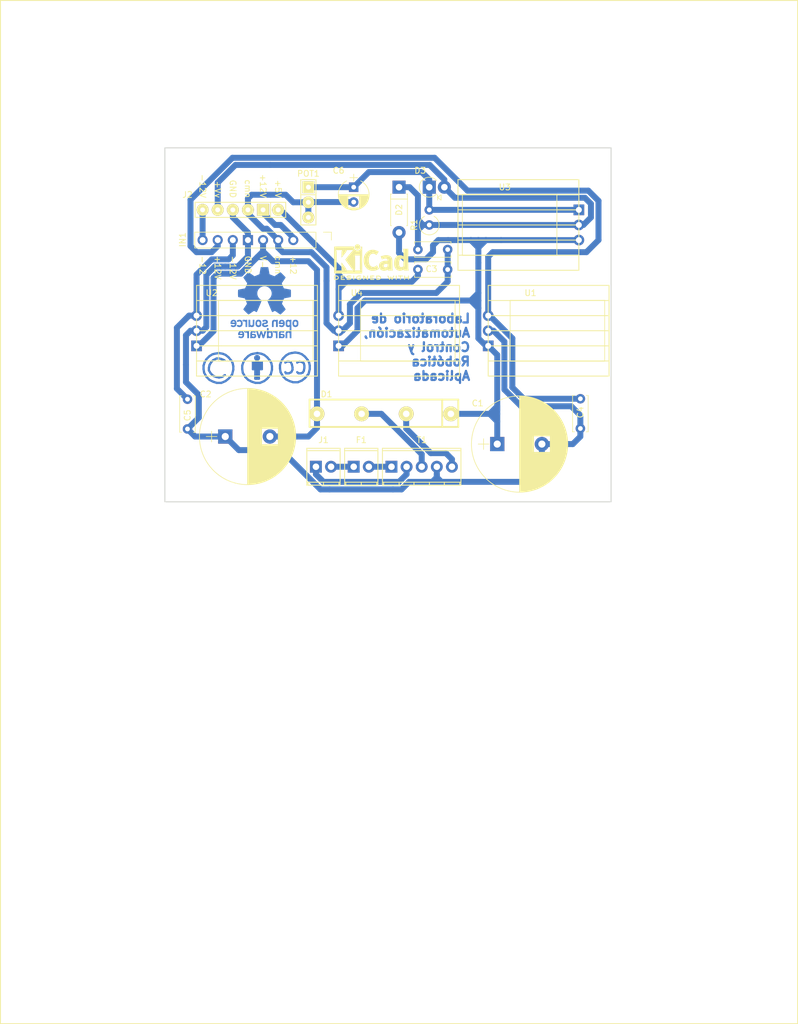
<source format=kicad_pcb>
(kicad_pcb (version 4) (host pcbnew 4.0.7-e2-6376~58~ubuntu16.04.1)
  (layers (0 F.Cu signal) (31 B.Cu signal) (34 B.Paste user) (35 F.Paste user) (36 B.SilkS user) (37 F.SilkS user) (38 B.Mask user) (39 F.Mask user) (44 Edge.Cuts user))
  (net 0 "")
  (net 1 /V+)
  (net 2 GND)
  (net 3 /V-)
  (net 4 /+5V)
  (net 5 /cmn)
  (net 6 /+12V)
  (net 7 /-12V)
  (net 8 "Net-(C6-Pad1)")
  (net 9 /+Vv)
  (net 10 "Net-(D1-Pad3)")
  (net 11 "Net-(D1-Pad2)")
  (net 12 "Net-(F1-Pad1)")
  (net 13 /-12)
  (net 14 "Net-(J1-Pad1)")
  (net 15 /+12)
  (net 16 "Net-(F1-Pad2)")
  (module Pin_Headers:Pin_Header_Straight_1x09_Pitch2.54mm (layer F.Cu) (at 83.82 58.42 270)
    (fp_text reference IN1 (at -0.0635 23.6855 270) (layer F.SilkS))
    (fp_text value "Selector de salida")
    (pad 1 thru_hole rect (at 0 12.7 270) (size 1.7 1.7) (drill 1) (layers *.Cu *.Mask) (net 2 GND))
    (pad 2 thru_hole oval (at 0 7.62 270) (size 1.7 1.7) (drill 1) (layers *.Cu *.Mask) (net 5 /cmn))
    (pad 3 thru_hole oval (at 0 10.16 270) (size 1.7 1.7) (drill 1) (layers *.Cu *.Mask) (net 3 /V-))
    (pad 4 thru_hole oval (at 0 17.78 270) (size 1.7 1.7) (drill 1) (layers *.Cu *.Mask) (net 6 /+12V))
    (pad 5 thru_hole oval (at 0 5.08 270) (size 1.7 1.7) (drill 1) (layers *.Cu *.Mask) (net 15 /+12))
    (pad 7 thru_hole oval (at 0 15.24 270) (size 1.7 1.7) (drill 1) (layers *.Cu *.Mask) (net 7 /-12V))
    (pad 8 thru_hole oval (at 0 20.32 270) (size 1.7 1.7) (drill 1) (layers *.Cu *.Mask) (net 13 /-12))
  )
  (module Capacitors_THT:CP_Radial_D16.0mm_P7.50mm (layer F.Cu) (at 113.03 92.71)
    (fp_text reference C1 (at -3.302 -6.858) (layer F.SilkS))
    (fp_text value 2200uF)
    (pad 1 thru_hole rect (at 0 0) (size 2.4 2.4) (drill 1.2) (layers *.Cu *.Mask) (net 1 /V+))
    (pad 2 thru_hole circle (at 7.5 0) (size 2.4 2.4) (drill 1.2) (layers *.Cu *.Mask) (net 2 GND))
  )
  (module Capacitors_THT:CP_Radial_D16.0mm_P7.50mm (layer F.Cu) (at 67.31 91.44)
    (fp_text reference C2 (at -3.302 -7.112) (layer F.SilkS))
    (fp_text value 2200uF)
    (pad 1 thru_hole rect (at 0 0) (size 2.4 2.4) (drill 1.2) (layers *.Cu *.Mask) (net 2 GND))
    (pad 2 thru_hole circle (at 7.5 0) (size 2.4 2.4) (drill 1.2) (layers *.Cu *.Mask) (net 3 /V-))
  )
  (module Capacitors_THT:C_Disc_D6.0mm_W2.5mm_P5.00mm (layer F.Cu) (at 99.695 63.373)
    (fp_text reference C3 (at 2.286 -0.1016) (layer F.SilkS))
    (fp_text value 1nF)
    (pad 1 thru_hole circle (at 0 0) (size 1.6 1.6) (drill 0.8) (layers *.Cu *.Mask) (net 4 /+5V))
    (pad 2 thru_hole circle (at 5 0) (size 1.6 1.6) (drill 0.8) (layers *.Cu *.Mask) (net 5 /cmn))
  )
  (module Capacitors_THT:C_Disc_D6.0mm_W2.5mm_P5.00mm (layer F.Cu) (at 127 85.09 270)
    (fp_text reference C4 (at 2.286 0 270) (layer F.SilkS))
    (fp_text value 1nF)
    (pad 1 thru_hole circle (at 0 0 270) (size 1.6 1.6) (drill 0.8) (layers *.Cu *.Mask) (net 6 /+12V))
    (pad 2 thru_hole circle (at 5 0 270) (size 1.6 1.6) (drill 0.8) (layers *.Cu *.Mask) (net 2 GND))
  )
  (module Capacitors_THT:C_Disc_D6.0mm_W2.5mm_P5.00mm (layer F.Cu) (at 60.96 90.17 90)
    (fp_text reference C5 (at 2.286 0 90) (layer F.SilkS))
    (fp_text value 1nF)
    (pad 1 thru_hole circle (at 0 0 90) (size 1.6 1.6) (drill 0.8) (layers *.Cu *.Mask) (net 2 GND))
    (pad 2 thru_hole circle (at 5 0 90) (size 1.6 1.6) (drill 0.8) (layers *.Cu *.Mask) (net 7 /-12V))
  )
  (module Capacitors_THT:CP_Radial_D5.0mm_P2.50mm (layer F.Cu) (at 88.9 49.53 270)
    (fp_text reference C6 (at -2.794 2.54 360) (layer F.SilkS))
    (fp_text value 10uF)
    (pad 1 thru_hole rect (at 0 0 270) (size 1.6 1.6) (drill 0.8) (layers *.Cu *.Mask) (net 8 "Net-(C6-Pad1)"))
    (pad 2 thru_hole circle (at 2.5 0 270) (size 1.6 1.6) (drill 0.8) (layers *.Cu *.Mask) (net 5 /cmn))
  )
  (module Capacitors_THT:C_Disc_D6.0mm_W2.5mm_P5.00mm (layer F.Cu) (at 99.695 60.0075)
    (fp_text reference C7 hide)
    (fp_text value 100nF)
    (pad 1 thru_hole circle (at 0 0) (size 1.6 1.6) (drill 0.8) (layers *.Cu *.Mask) (net 9 /+Vv))
    (pad 2 thru_hole circle (at 5 0) (size 1.6 1.6) (drill 0.8) (layers *.Cu *.Mask) (net 5 /cmn))
  )
  (module Diodes_THT:D_DO-41_SOD81_P7.62mm_Horizontal (layer F.Cu) (at 96.52 49.53 270)
    (fp_text reference D2 (at 3.81 0 270) (layer F.SilkS))
    (fp_text value EXI_1N4007)
    (pad 1 thru_hole rect (at 0 0 270) (size 2.2 2.2) (drill 1.1) (layers *.Cu *.Mask) (net 9 /+Vv))
    (pad 2 thru_hole oval (at 7.62 0 270) (size 2.2 2.2) (drill 1.1) (layers *.Cu *.Mask) (net 1 /V+))
  )
  (module EXI_Conectores:EXI_Terminal_Hembra_1x06 (layer F.Cu) (at 69.85 53.34 180)
    (fp_text reference J2 (at 8.89 2.54 180) (layer F.SilkS))
    (fp_text value "Salidas de voltaje")
    (pad 1 thru_hole rect (at -3.81 0 180) (size 1.99898 1.99898) (drill 0.8128) (layers *.Cu *.Mask F.SilkS) (net 15 /+12))
    (pad 2 thru_hole circle (at 6.35 0 180) (size 1.99898 1.99898) (drill 0.8128) (layers *.Cu *.Mask F.SilkS) (net 13 /-12))
    (pad 3 thru_hole circle (at 1.27 0 180) (size 1.99898 1.99898) (drill 0.8128) (layers *.Cu *.Mask F.SilkS) (net 2 GND))
    (pad 4 thru_hole circle (at 3.81 0 180) (size 1.99898 1.99898) (drill 0.8128) (layers *.Cu *.Mask F.SilkS) (net 9 /+Vv))
    (pad 5 thru_hole circle (at -6.35 0 180) (size 1.99898 1.99898) (drill 0.8128) (layers *.Cu *.Mask F.SilkS) (net 4 /+5V))
    (pad 6 thru_hole circle (at -1.27 0 180) (size 1.99898 1.99898) (drill 0.8128) (layers *.Cu *.Mask F.SilkS) (net 5 /cmn))
  )
  (module EXI_Conectores:EXI_Terminal_Hembra_1x03 (layer F.Cu) (at 81.28 52.07 270)
    (fp_text reference POT1 (at -4.826 0 360) (layer F.SilkS))
    (fp_text value 4.7k)
    (pad 1 thru_hole rect (at -2.54 0 270) (size 1.99898 1.99898) (drill 0.8128) (layers *.Cu *.Mask F.SilkS) (net 8 "Net-(C6-Pad1)"))
    (pad 2 thru_hole circle (at 0 0 270) (size 1.99898 1.99898) (drill 0.8128) (layers *.Cu *.Mask F.SilkS) (net 5 /cmn))
    (pad 3 thru_hole circle (at 2.54 0 270) (size 1.99898 1.99898) (drill 0.8128) (layers *.Cu *.Mask F.SilkS) (net 5 /cmn))
  )
  (module Connectors_Terminal_Blocks:TerminalBlock_Pheonix_MPT-2.54mm_2pol (layer F.Cu) (at 82.55 96.52)
    (fp_text reference J1 (at 1.27 -4.50088) (layer F.SilkS))
    (fp_text value Alimentacion)
    (pad 2 thru_hole oval (at 2.54 0) (size 1.99898 1.99898) (drill 1.09728) (layers *.Cu *.Mask) (net 12 "Net-(F1-Pad1)"))
    (pad 1 thru_hole rect (at 0 0) (size 1.99898 1.99898) (drill 1.09728) (layers *.Cu *.Mask) (net 14 "Net-(J1-Pad1)"))
  )
  (module Connectors_Terminal_Blocks:TerminalBlock_Pheonix_MPT-2.54mm_5pol (layer F.Cu) (at 95.25 96.52)
    (fp_text reference T1 (at 5.08 -4.50088) (layer F.SilkS))
    (fp_text value "5:1 / 5A")
    (pad 4 thru_hole oval (at 7.62 0 180) (size 1.99898 1.99898) (drill 1.09728) (layers *.Cu *.Mask) (net 2 GND))
    (pad 1 thru_hole rect (at 0 0 180) (size 1.99898 1.99898) (drill 1.09728) (layers *.Cu *.Mask) (net 16 "Net-(F1-Pad2)"))
    (pad 2 thru_hole oval (at 2.54 0 180) (size 1.99898 1.99898) (drill 1.09728) (layers *.Cu *.Mask) (net 14 "Net-(J1-Pad1)"))
    (pad 3 thru_hole oval (at 10.16 0 180) (size 1.99898 1.99898) (drill 1.09728) (layers *.Cu *.Mask) (net 11 "Net-(D1-Pad2)"))
    (pad 5 thru_hole oval (at 5.08 0 180) (size 1.99898 1.99898) (drill 1.09728) (layers *.Cu *.Mask) (net 10 "Net-(D1-Pad3)"))
  )
  (module Connectors_Terminal_Blocks:TerminalBlock_Pheonix_MPT-2.54mm_2pol (layer F.Cu) (at 88.9 96.52)
    (fp_text reference F1 (at 1.27 -4.50088) (layer F.SilkS))
    (fp_text value EXI_Fusible)
    (pad 2 thru_hole oval (at 2.54 0) (size 1.99898 1.99898) (drill 1.09728) (layers *.Cu *.Mask) (net 16 "Net-(F1-Pad2)"))
    (pad 1 thru_hole rect (at 0 0) (size 1.99898 1.99898) (drill 1.09728) (layers *.Cu *.Mask) (net 12 "Net-(F1-Pad1)"))
  )
  (module EXI_Diodos:EXI_D3SB10 (layer F.Cu) (at 93.98 87.63 180)
    (fp_text reference D1 (at 9.652 3.302 180) (layer F.SilkS))
    (fp_text value EXI-KBL406)
    (pad 2 thru_hole circle (at -3.74904 0 180) (size 2.49936 2.49936) (drill 1.09982) (layers *.Cu *.Mask F.SilkS) (net 11 "Net-(D1-Pad2)"))
    (pad 3 thru_hole circle (at 3.74904 0 180) (size 2.49936 2.49936) (drill 1.09982) (layers *.Cu *.Mask F.SilkS) (net 10 "Net-(D1-Pad3)"))
    (pad 4 thru_hole circle (at 11.24966 0 180) (size 2.49936 2.49936) (drill 1.09982) (layers *.Cu *.Mask F.SilkS) (net 3 /V-))
    (pad 1 thru_hole circle (at -11.24966 0 180) (size 2.49936 2.49936) (drill 1.09982) (layers *.Cu *.Mask F.SilkS) (net 1 /V+))
  )
  (module Diodes_THT:D_DO-41_SOD81_P2.54mm_Vertical_AnodeUp (layer F.Cu) (at 101.6 49.53)
    (fp_text reference D3 (at -1.524 -2.794) (layer F.SilkS))
    (fp_text value EXI_1N4007)
    (pad 1 thru_hole rect (at 0 0) (size 2.2 2.2) (drill 1.1) (layers *.Cu *.Mask) (net 8 "Net-(C6-Pad1)"))
    (pad 2 thru_hole oval (at 2.54 0) (size 2.2 2.2) (drill 1.1) (layers *.Cu *.Mask) (net 9 /+Vv))
  )
  (module Resistors_THT:R_Axial_DIN0309_L9.0mm_D3.2mm_P2.54mm_Vertical (layer F.Cu) (at 101.6 55.88 90)
    (fp_text reference R1 (at 0 -2.54 90) (layer F.SilkS))
    (fp_text value 270)
    (pad 1 thru_hole circle (at 0 0 90) (size 1.6 1.6) (drill 0.8) (layers *.Cu *.Mask) (net 9 /+Vv))
    (pad 2 thru_hole oval (at 2.54 0 90) (size 1.6 1.6) (drill 0.8) (layers *.Cu *.Mask) (net 8 "Net-(C6-Pad1)"))
  )
  (module Symbols:KiCad-Logo2_6mm_SilkScreen (layer F.Cu) (at 91.8845 62.103)
    (fp_text reference REF*** hide)
    (fp_text value KiCad-Logo2_6mm_SilkScreen hide)
  )
  (module EXI_Transistores:TO-220-3_Horizontal_Heatsink_10x15x21mm (layer F.Cu) (at 111.506 73.66 270)
    (fp_text reference U1 (at -6.35 -7.112 360) (layer F.SilkS))
    (fp_text value L7812CV)
    (pad 1 thru_hole rect (at 2.54 0 270) (size 1.8 1.8) (drill 1) (layers *.Cu *.Mask) (net 1 /V+))
    (pad 2 thru_hole oval (at 0 0 270) (size 1.8 1.8) (drill 1) (layers *.Cu *.Mask) (net 2 GND))
    (pad 3 thru_hole oval (at -2.54 0 270) (size 1.8 1.8) (drill 1) (layers *.Cu *.Mask) (net 6 /+12V))
  )
  (module EXI_Transistores:TO-220-3_Horizontal_Heatsink_10x15x21mm (layer F.Cu) (at 62.484 73.66 270)
    (fp_text reference U2 (at -6.35 -2.54 360) (layer F.SilkS))
    (fp_text value L7912CV)
    (pad 1 thru_hole rect (at 2.54 0 270) (size 1.8 1.8) (drill 1) (layers *.Cu *.Mask) (net 3 /V-))
    (pad 2 thru_hole oval (at 0 0 270) (size 1.8 1.8) (drill 1) (layers *.Cu *.Mask) (net 2 GND))
    (pad 3 thru_hole oval (at -2.54 0 270) (size 1.8 1.8) (drill 1) (layers *.Cu *.Mask) (net 7 /-12V))
  )
  (module EXI_Transistores:TO-220-3_Horizontal_Heatsink_10x15x21mm (layer F.Cu) (at 126.746 55.88 90)
    (fp_text reference U3 (at 6.35 -12.446 180) (layer F.SilkS))
    (fp_text value LM338T)
    (pad 1 thru_hole rect (at 2.54 0 90) (size 1.8 1.8) (drill 1) (layers *.Cu *.Mask) (net 8 "Net-(C6-Pad1)"))
    (pad 2 thru_hole oval (at 0 0 90) (size 1.8 1.8) (drill 1) (layers *.Cu *.Mask) (net 9 /+Vv))
    (pad 3 thru_hole oval (at -2.54 0 90) (size 1.8 1.8) (drill 1) (layers *.Cu *.Mask) (net 1 /V+))
  )
  (module EXI_Transistores:TO-220-3_Horizontal_Heatsink_10x15x21mm (layer F.Cu) (at 86.36 73.66 270)
    (fp_text reference U4 (at -6.35 -3.048 360) (layer F.SilkS))
    (fp_text value L7805CV)
    (pad 1 thru_hole rect (at 2.54 0 270) (size 1.8 1.8) (drill 1) (layers *.Cu *.Mask) (net 1 /V+))
    (pad 2 thru_hole oval (at 0 0 270) (size 1.8 1.8) (drill 1) (layers *.Cu *.Mask) (net 5 /cmn))
    (pad 3 thru_hole oval (at -2.54 0 270) (size 1.8 1.8) (drill 1) (layers *.Cu *.Mask) (net 4 /+5V))
  )
  (module Symbols:OSHW-Logo_11.4x12mm_Copper (layer B.Cu) (at 73.914 68.9356 180)
    (fp_text reference REF*** hide)
    (fp_text value OSHW-Logo_11.4x12mm_Copper hide)
    (fp_poly (pts (xy -3.780091 -2.90956) (xy -3.727588 -2.935499) (xy -3.662842 -2.9807) (xy -3.615653 -3.029991) (xy -3.583335 -3.091885) (xy -3.563203 -3.174896) (xy -3.55257 -3.287538) (xy -3.548753 -3.438324) (xy -3.54853 -3.503149) (xy -3.549182 -3.645221) (xy -3.551888 -3.746757) (xy -3.557776 -3.817015) (xy -3.567973 -3.865256) (xy -3.583606 -3.900738) (xy -3.599872 -3.924943) (xy -3.703705 -4.027929) (xy -3.825979 -4.089874) (xy -3.957886 -4.108506) (xy -4.090616 -4.081549) (xy -4.132667 -4.062486) (xy -4.233334 -4.010015) (xy -4.233334 -4.832259) (xy -4.159865 -4.794267) (xy -4.063059 -4.764872) (xy -3.944072 -4.757342) (xy -3.825255 -4.771245) (xy -3.735527 -4.802476) (xy -3.661101 -4.861954) (xy -3.59751 -4.947066) (xy -3.592729 -4.955805) (xy -3.572563 -4.996966) (xy -3.557835 -5.038454) (xy -3.547697 -5.088713) (xy -3.541301 -5.156184) (xy -3.537799 -5.249309) (xy -3.536342 -5.376531) (xy -3.536079 -5.519701) (xy -3.536079 -5.976471) (xy -3.81 -5.976471) (xy -3.81 -5.134231) (xy -3.886617 -5.069763) (xy -3.966207 -5.018194) (xy -4.041578 -5.008818) (xy -4.117367 -5.032947) (xy -4.157759 -5.056574) (xy -4.187821 -5.090227) (xy -4.209203 -5.141087) (xy -4.22355 -5.216334) (xy -4.23251 -5.323146) (xy -4.23773 -5.468704) (xy -4.239569 -5.565588) (xy -4.245785 -5.96402) (xy -4.37652 -5.971547) (xy -4.507255 -5.979073) (xy -4.507255 -3.506582) (xy -4.233334 -3.506582) (xy -4.22635 -3.644423) (xy -4.202818 -3.740107) (xy -4.158865 -3.799641) (xy -4.090618 -3.829029) (xy -4.021667 -3.834902) (xy -3.943614 -3.828154) (xy -3.891811 -3.801594) (xy -3.859417 -3.766499) (xy -3.833916 -3.728752) (xy -3.818735 -3.6867) (xy -3.811981 -3.627779) (xy -3.811759 -3.539428) (xy -3.814032 -3.465448) (xy -3.819251 -3.354) (xy -3.827021 -3.280833) (xy -3.840105 -3.234422) (xy -3.861268 -3.203244) (xy -3.88124 -3.185223) (xy -3.964686 -3.145925) (xy -4.063449 -3.139579) (xy -4.120159 -3.153116) (xy -4.176308 -3.201233) (xy -4.213501 -3.294833) (xy -4.231528 -3.433254) (xy -4.233334 -3.506582) (xy -4.507255 -3.506582) (xy -4.507255 -2.888628) (xy -4.370295 -2.888628) (xy -4.288065 -2.891879) (xy -4.24564 -2.903426) (xy -4.233339 -2.925952) (xy -4.233334 -2.92662) (xy -4.227626 -2.948681) (xy -4.202453 -2.946176) (xy -4.152402 -2.921935) (xy -4.035781 -2.884851) (xy -3.904571 -2.880953) (xy -3.780091 -2.90956)) (layer B.Cu) (width 0.01))
    (fp_poly (pts (xy -2.74128 -4.765922) (xy -2.62413 -4.79718) (xy -2.534949 -4.853837) (xy -2.472016 -4.928045) (xy -2.452452 -4.959716) (xy -2.438008 -4.992891) (xy -2.427911 -5.035329) (xy -2.421385 -5.094788) (xy -2.417658 -5.179029) (xy -2.415954 -5.29581) (xy -2.4155 -5.45289) (xy -2.415491 -5.494565) (xy -2.415491 -5.976471) (xy -2.53502 -5.976471) (xy -2.611261 -5.971131) (xy -2.667634 -5.957604) (xy -2.681758 -5.949262) (xy -2.72037 -5.934864) (xy -2.759808 -5.949262) (xy -2.824738 -5.967237) (xy -2.919055 -5.974472) (xy -3.023593 -5.971333) (xy -3.119189 -5.958186) (xy -3.175 -5.941318) (xy -3.283002 -5.871986) (xy -3.350497 -5.775772) (xy -3.380841 -5.647844) (xy -3.381123 -5.644559) (xy -3.37846 -5.587808) (xy -3.137647 -5.587808) (xy -3.116595 -5.652358) (xy -3.082303 -5.688686) (xy -3.013468 -5.716162) (xy -2.92261 -5.727129) (xy -2.829958 -5.721731) (xy -2.755744 -5.70011) (xy -2.734951 -5.686239) (xy -2.698619 -5.622143) (xy -2.689412 -5.549278) (xy -2.689412 -5.45353) (xy -2.827173 -5.45353) (xy -2.958047 -5.463605) (xy -3.057259 -5.492148) (xy -3.118977 -5.536639) (xy -3.137647 -5.587808) (xy -3.37846 -5.587808) (xy -3.374564 -5.50479) (xy -3.328466 -5.394282) (xy -3.2418 -5.310712) (xy -3.229821 -5.30311) (xy -3.178345 -5.278357) (xy -3.114632 -5.263368) (xy -3.025565 -5.256082) (xy -2.919755 -5.254407) (xy -2.689412 -5.254314) (xy -2.689412 -5.157755) (xy -2.699183 -5.082836) (xy -2.724116 -5.032644) (xy -2.727035 -5.029972) (xy -2.782519 -5.008015) (xy -2.866273 -4.999505) (xy -2.958833 -5.003687) (xy -3.04073 -5.019809) (xy -3.089327 -5.04399) (xy -3.115659 -5.063359) (xy -3.143465 -5.067057) (xy -3.181839 -5.051188) (xy -3.239875 -5.011855) (xy -3.326669 -4.945164) (xy -3.334635 -4.938916) (xy -3.330553 -4.9158) (xy -3.296499 -4.877352) (xy -3.24474 -4.834627) (xy -3.187545 -4.798679) (xy -3.169575 -4.790191) (xy -3.104028 -4.773252) (xy -3.00798 -4.76117) (xy -2.900671 -4.756323) (xy -2.895653 -4.756313) (xy -2.74128 -4.765922)) (layer B.Cu) (width 0.01))
    (fp_poly (pts (xy -1.967236 -4.758921) (xy -1.92997 -4.770091) (xy -1.917957 -4.794633) (xy -1.917451 -4.805712) (xy -1.915296 -4.836572) (xy -1.900449 -4.841417) (xy -1.860343 -4.82026) (xy -1.83652 -4.805806) (xy -1.761362 -4.77485) (xy -1.671594 -4.759544) (xy -1.577471 -4.758367) (xy -1.489246 -4.769799) (xy -1.417174 -4.79232) (xy -1.371508 -4.824409) (xy -1.362502 -4.864545) (xy -1.367047 -4.875415) (xy -1.400179 -4.920534) (xy -1.451555 -4.976026) (xy -1.460848 -4.984996) (xy -1.509818 -5.026245) (xy -1.552069 -5.039572) (xy -1.611159 -5.030271) (xy -1.634831 -5.02409) (xy -1.708496 -5.009246) (xy -1.76029 -5.015921) (xy -1.804031 -5.039465) (xy -1.844098 -5.071061) (xy -1.873608 -5.110798) (xy -1.894116 -5.166252) (xy -1.907176 -5.245003) (xy -1.914344 -5.354629) (xy -1.917176 -5.502706) (xy -1.917451 -5.592111) (xy -1.917451 -5.976471) (xy -2.166471 -5.976471) (xy -2.166471 -4.756275) (xy -2.041961 -4.756275) (xy -1.967236 -4.758921)) (layer B.Cu) (width 0.01))
    (fp_poly (pts (xy -0.398432 -5.976471) (xy -0.535393 -5.976471) (xy -0.614889 -5.97414) (xy -0.656292 -5.964488) (xy -0.671199 -5.943525) (xy -0.672353 -5.929351) (xy -0.674867 -5.900927) (xy -0.69072 -5.895475) (xy -0.732379 -5.912998) (xy -0.764776 -5.929351) (xy -0.889151 -5.968103) (xy -1.024354 -5.970346) (xy -1.134274 -5.941444) (xy -1.236634 -5.871619) (xy -1.31466 -5.768555) (xy -1.357386 -5.646989) (xy -1.358474 -5.640192) (xy -1.364822 -5.566032) (xy -1.367979 -5.45957) (xy -1.367725 -5.379052) (xy -1.095711 -5.379052) (xy -1.08941 -5.48607) (xy -1.075075 -5.574278) (xy -1.055669 -5.62409) (xy -0.982254 -5.692162) (xy -0.895086 -5.716564) (xy -0.805196 -5.696831) (xy -0.728383 -5.637968) (xy -0.699292 -5.598379) (xy -0.682283 -5.551138) (xy -0.674316 -5.482181) (xy -0.672353 -5.378607) (xy -0.675866 -5.276039) (xy -0.685143 -5.185921) (xy -0.698294 -5.125613) (xy -0.700486 -5.120208) (xy -0.753522 -5.05594) (xy -0.830933 -5.020656) (xy -0.917546 -5.014959) (xy -0.998193 -5.039453) (xy -1.057703 -5.094742) (xy -1.063876 -5.105743) (xy -1.083199 -5.172827) (xy -1.093726 -5.269284) (xy -1.095711 -5.379052) (xy -1.367725 -5.379052) (xy -1.367596 -5.338225) (xy -1.365806 -5.272918) (xy -1.353627 -5.111355) (xy -1.328315 -4.990053) (xy -1.286207 -4.900379) (xy -1.223641 -4.833699) (xy -1.1629 -4.794557) (xy -1.078036 -4.76704) (xy -0.972485 -4.757603) (xy -0.864402 -4.76529) (xy -0.771942 -4.789146) (xy -0.72309 -4.817685) (xy -0.672353 -4.863601) (xy -0.672353 -4.283137) (xy -0.398432 -4.283137) (xy -0.398432 -5.976471)) (layer B.Cu) (width 0.01))
    (fp_poly (pts (xy 0.557528 -4.761332) (xy 0.656014 -4.768726) (xy 0.784776 -5.154706) (xy 0.913537 -5.540686) (xy 0.953911 -5.403726) (xy 0.978207 -5.319083) (xy 1.010167 -5.204697) (xy 1.044679 -5.078963) (xy 1.062928 -5.01152) (xy 1.131571 -4.756275) (xy 1.414773 -4.756275) (xy 1.330122 -5.023971) (xy 1.288435 -5.155638) (xy 1.238074 -5.314458) (xy 1.185481 -5.480128) (xy 1.13853 -5.627843) (xy 1.031589 -5.96402) (xy 0.800661 -5.979044) (xy 0.73805 -5.772316) (xy 0.699438 -5.643896) (xy 0.6573 -5.502322) (xy 0.620472 -5.377285) (xy 0.619018 -5.372309) (xy 0.591511 -5.287586) (xy 0.567242 -5.229778) (xy 0.550243 -5.207918) (xy 0.54675 -5.210446) (xy 0.53449 -5.244336) (xy 0.511195 -5.31693) (xy 0.4797 -5.419101) (xy 0.442842 -5.54172) (xy 0.422899 -5.609167) (xy 0.314895 -5.976471) (xy 0.085679 -5.976471) (xy -0.097561 -5.3975) (xy -0.149037 -5.235091) (xy -0.19593 -5.087602) (xy -0.236023 -4.96196) (xy -0.267103 -4.865095) (xy -0.286955 -4.803934) (xy -0.292989 -4.786065) (xy -0.288212 -4.767768) (xy -0.250703 -4.759755) (xy -0.172645 -4.760557) (xy -0.160426 -4.761163) (xy -0.015674 -4.768726) (xy 0.07913 -5.117353) (xy 0.113977 -5.244497) (xy 0.145117 -5.356265) (xy 0.169809 -5.442953) (xy 0.185312 -5.494856) (xy 0.188176 -5.503318) (xy 0.200046 -5.493587) (xy 0.223983 -5.443172) (xy 0.257239 -5.358935) (xy 0.297064 -5.247741) (xy 0.33073 -5.147297) (xy 0.459041 -4.753939) (xy 0.557528 -4.761332)) (layer B.Cu) (width 0.01))
    (fp_poly (pts (xy 2.056459 -4.763669) (xy 2.16142 -4.789163) (xy 2.191761 -4.802669) (xy 2.250573 -4.838046) (xy 2.295709 -4.87789) (xy 2.329106 -4.92912) (xy 2.352701 -4.998654) (xy 2.368433 -5.093409) (xy 2.378239 -5.220305) (xy 2.384057 -5.386258) (xy 2.386266 -5.497108) (xy 2.394396 -5.976471) (xy 2.255531 -5.976471) (xy 2.171287 -5.972938) (xy 2.127884 -5.960866) (xy 2.116666 -5.940594) (xy 2.110744 -5.918674) (xy 2.084266 -5.922865) (xy 2.048186 -5.940441) (xy 1.957862 -5.967382) (xy 1.841777 -5.974642) (xy 1.71968 -5.962767) (xy 1.611321 -5.932305) (xy 1.601602 -5.928077) (xy 1.502568 -5.858505) (xy 1.437281 -5.761789) (xy 1.40724 -5.648738) (xy 1.409535 -5.608122) (xy 1.654633 -5.608122) (xy 1.676229 -5.662782) (xy 1.740259 -5.701952) (xy 1.843565 -5.722974) (xy 1.898774 -5.725766) (xy 1.990782 -5.71862) (xy 2.051941 -5.690848) (xy 2.066862 -5.677647) (xy 2.107287 -5.605829) (xy 2.116666 -5.540686) (xy 2.116666 -5.45353) (xy 1.995269 -5.45353) (xy 1.854153 -5.460722) (xy 1.755173 -5.483345) (xy 1.692633 -5.522964) (xy 1.678631 -5.540628) (xy 1.654633 -5.608122) (xy 1.409535 -5.608122) (xy 1.413941 -5.530157) (xy 1.45888 -5.416855) (xy 1.520196 -5.340285) (xy 1.557332 -5.307181) (xy 1.593687 -5.285425) (xy 1.64099 -5.272161) (xy 1.710973 -5.264528) (xy 1.815364 -5.25967) (xy 1.85677 -5.258273) (xy 2.116666 -5.24978) (xy 2.116285 -5.171116) (xy 2.106219 -5.088428) (xy 2.069829 -5.038431) (xy 1.996311 -5.006489) (xy 1.994339 -5.00592) (xy 1.890105 -4.993361) (xy 1.788108 -5.009766) (xy 1.712305 -5.049657) (xy 1.68189 -5.069354) (xy 1.649132 -5.066629) (xy 1.598721 -5.038091) (xy 1.569119 -5.01795) (xy 1.511218 -4.974919) (xy 1.475352 -4.942662) (xy 1.469597 -4.933427) (xy 1.493295 -4.885636) (xy 1.563313 -4.828562) (xy 1.593725 -4.809305) (xy 1.681155 -4.77614) (xy 1.798983 -4.75735) (xy 1.929866 -4.753129) (xy 2.056459 -4.763669)) (layer B.Cu) (width 0.01))
    (fp_poly (pts (xy 3.238446 -4.755883) (xy 3.334177 -4.774755) (xy 3.388677 -4.802699) (xy 3.446008 -4.849123) (xy 3.364441 -4.952111) (xy 3.31415 -5.014479) (xy 3.280001 -5.044907) (xy 3.246063 -5.049555) (xy 3.196406 -5.034586) (xy 3.173096 -5.026117) (xy 3.078063 -5.013622) (xy 2.991032 -5.040406) (xy 2.927138 -5.100915) (xy 2.916759 -5.120208) (xy 2.905456 -5.171314) (xy 2.896732 -5.2655) (xy 2.890997 -5.396089) (xy 2.88866 -5.556405) (xy 2.888627 -5.579211) (xy 2.888627 -5.976471) (xy 2.614705 -5.976471) (xy 2.614705 -4.756275) (xy 2.751666 -4.756275) (xy 2.830638 -4.758337) (xy 2.871779 -4.767513) (xy 2.886992 -4.78829) (xy 2.888627 -4.807886) (xy 2.888627 -4.859497) (xy 2.95424 -4.807886) (xy 3.029475 -4.772675) (xy 3.130544 -4.755265) (xy 3.238446 -4.755883)) (layer B.Cu) (width 0.01))
    (fp_poly (pts (xy 4.025307 -4.762784) (xy 4.144337 -4.793731) (xy 4.244021 -4.8576) (xy 4.292288 -4.905313) (xy 4.371408 -5.018106) (xy 4.416752 -5.14895) (xy 4.43233 -5.309792) (xy 4.43241 -5.322794) (xy 4.432549 -5.45353) (xy 3.680091 -5.45353) (xy 3.69613 -5.52201) (xy 3.725091 -5.584031) (xy 3.775778 -5.648654) (xy 3.786379 -5.658971) (xy 3.877494 -5.714805) (xy 3.9814 -5.724275) (xy 4.101 -5.68754) (xy 4.121274 -5.677647) (xy 4.183456 -5.647574) (xy 4.225106 -5.63044) (xy 4.232373 -5.628855) (xy 4.25774 -5.644242) (xy 4.30612 -5.681887) (xy 4.330679 -5.702459) (xy 4.38157 -5.749714) (xy 4.398281 -5.780917) (xy 4.386683 -5.80962) (xy 4.380483 -5.817468) (xy 4.338493 -5.851819) (xy 4.269206 -5.893565) (xy 4.220882 -5.917935) (xy 4.083711 -5.960873) (xy 3.931847 -5.974786) (xy 3.788024 -5.9583) (xy 3.747745 -5.946496) (xy 3.623078 -5.879689) (xy 3.530671 -5.776892) (xy 3.46999 -5.637105) (xy 3.440498 -5.45933) (xy 3.43726 -5.366373) (xy 3.446714 -5.231033) (xy 3.68549 -5.231033) (xy 3.708584 -5.241038) (xy 3.770662 -5.248888) (xy 3.860914 -5.253521) (xy 3.922058 -5.254314) (xy 4.03204 -5.253549) (xy 4.101457 -5.24997) (xy 4.139538 -5.241649) (xy 4.155515 -5.226657) (xy 4.158627 -5.204903) (xy 4.137278 -5.137892) (xy 4.083529 -5.071664) (xy 4.012822 -5.020832) (xy 3.942089 -5.000038) (xy 3.846016 -5.018484) (xy 3.762849 -5.071811) (xy 3.705186 -5.148677) (xy 3.68549 -5.231033) (xy 3.446714 -5.231033) (xy 3.451028 -5.169291) (xy 3.49352 -5.012271) (xy 3.565635 -4.894069) (xy 3.668273 -4.81344) (xy 3.802332 -4.769139) (xy 3.874957 -4.760607) (xy 4.025307 -4.762784)) (layer B.Cu) (width 0.01))
    (fp_poly (pts (xy -5.026753 -2.901568) (xy -4.896478 -2.959163) (xy -4.797581 -3.055334) (xy -4.729918 -3.190229) (xy -4.693345 -3.363996) (xy -4.690724 -3.391126) (xy -4.68867 -3.582408) (xy -4.715301 -3.750073) (xy -4.768999 -3.885967) (xy -4.797753 -3.929681) (xy -4.897909 -4.022198) (xy -5.025463 -4.082119) (xy -5.168163 -4.106985) (xy -5.31376 -4.094339) (xy -5.424438 -4.055391) (xy -5.519616 -3.989755) (xy -5.597406 -3.903699) (xy -5.598751 -3.901685) (xy -5.630343 -3.84857) (xy -5.650873 -3.79516) (xy -5.663305 -3.727754) (xy -5.670603 -3.632653) (xy -5.673818 -3.554666) (xy -5.675156 -3.483944) (xy -5.426186 -3.483944) (xy -5.423753 -3.554348) (xy -5.41492 -3.648068) (xy -5.399336 -3.708214) (xy -5.371234 -3.751006) (xy -5.344914 -3.776002) (xy -5.251608 -3.828338) (xy -5.15398 -3.835333) (xy -5.063058 -3.797676) (xy -5.017598 -3.755479) (xy -4.984838 -3.712956) (xy -4.965677 -3.672267) (xy -4.957267 -3.619314) (xy -4.956763 -3.539997) (xy -4.959355 -3.46695) (xy -4.964929 -3.362601) (xy -4.973766 -3.29492) (xy -4.989693 -3.250774) (xy -5.016538 -3.217031) (xy -5.037811 -3.197746) (xy -5.126794 -3.147086) (xy -5.222789 -3.14456) (xy -5.303281 -3.174567) (xy -5.371947 -3.237231) (xy -5.412856 -3.340168) (xy -5.426186 -3.483944) (xy -5.675156 -3.483944) (xy -5.676754 -3.399582) (xy -5.67174 -3.2836) (xy -5.656717 -3.196367) (xy -5.629624 -3.12753) (xy -5.5884 -3.066737) (xy -5.573115 -3.048686) (xy -5.477546 -2.958746) (xy -5.375039 -2.906211) (xy -5.249679 -2.884201) (xy -5.18855 -2.882402) (xy -5.026753 -2.901568)) (layer B.Cu) (width 0.01))
    (fp_poly (pts (xy -2.686796 -2.916354) (xy -2.661981 -2.928037) (xy -2.576094 -2.990951) (xy -2.494879 -3.082769) (xy -2.434236 -3.183868) (xy -2.416988 -3.230349) (xy -2.401251 -3.313376) (xy -2.391867 -3.413713) (xy -2.390728 -3.455147) (xy -2.390589 -3.585882) (xy -3.143047 -3.585882) (xy -3.127007 -3.654363) (xy -3.087637 -3.735355) (xy -3.018806 -3.805351) (xy -2.936919 -3.850441) (xy -2.884737 -3.859804) (xy -2.813971 -3.848441) (xy -2.72954 -3.819943) (xy -2.700858 -3.806831) (xy -2.594791 -3.753858) (xy -2.504272 -3.822901) (xy -2.452039 -3.869597) (xy -2.424247 -3.90814) (xy -2.42284 -3.919452) (xy -2.447668 -3.946868) (xy -2.502083 -3.988532) (xy -2.551472 -4.021037) (xy -2.684748 -4.079468) (xy -2.834161 -4.105915) (xy -2.982249 -4.099039) (xy -3.100295 -4.063096) (xy -3.221982 -3.986101) (xy -3.30846 -3.884728) (xy -3.362559 -3.75357) (xy -3.387109 -3.587224) (xy -3.389286 -3.511108) (xy -3.380573 -3.336685) (xy -3.379503 -3.331611) (xy -3.130173 -3.331611) (xy -3.123306 -3.347968) (xy -3.095083 -3.356988) (xy -3.036873 -3.360854) (xy -2.940042 -3.361749) (xy -2.902757 -3.361765) (xy -2.789317 -3.360413) (xy -2.717378 -3.355505) (xy -2.678687 -3.34576) (xy -2.664995 -3.329899) (xy -2.66451 -3.324805) (xy -2.680137 -3.284326) (xy -2.719247 -3.227621) (xy -2.736061 -3.207766) (xy -2.798481 -3.151611) (xy -2.863547 -3.129532) (xy -2.898603 -3.127686) (xy -2.993442 -3.150766) (xy -3.072973 -3.212759) (xy -3.123423 -3.302802) (xy -3.124317 -3.305735) (xy -3.130173 -3.331611) (xy -3.379503 -3.331611) (xy -3.351601 -3.199343) (xy -3.29941 -3.089461) (xy -3.235579 -3.011461) (xy -3.117567 -2.926882) (xy -2.978842 -2.881686) (xy -2.83129 -2.8776) (xy -2.686796 -2.916354)) (layer B.Cu) (width 0.01))
    (fp_poly (pts (xy 0.027759 -2.884345) (xy 0.122059 -2.902229) (xy 0.21989 -2.939633) (xy 0.230343 -2.944402) (xy 0.304531 -2.983412) (xy 0.35591 -3.019664) (xy 0.372517 -3.042887) (xy 0.356702 -3.080761) (xy 0.318288 -3.136644) (xy 0.301237 -3.157505) (xy 0.230969 -3.239618) (xy 0.140379 -3.186168) (xy 0.054164 -3.150561) (xy -0.045451 -3.131529) (xy -0.140981 -3.130326) (xy -0.214939 -3.14821) (xy -0.232688 -3.159373) (xy -0.266488 -3.210553) (xy -0.270596 -3.269509) (xy -0.245304 -3.315567) (xy -0.230344 -3.324499) (xy -0.185514 -3.335592) (xy -0.106714 -3.34863) (xy -0.009574 -3.361088) (xy 0.008346 -3.363042) (xy 0.164365 -3.39003) (xy 0.277523 -3.435873) (xy 0.352569 -3.504803) (xy 0.394253 -3.601054) (xy 0.407238 -3.718617) (xy 0.389299 -3.852254) (xy 0.33105 -3.957195) (xy 0.232255 -4.03363) (xy 0.092682 -4.081748) (xy -0.062255 -4.100732) (xy -0.188602 -4.100504) (xy -0.291087 -4.083262) (xy -0.361079 -4.059457) (xy -0.449517 -4.017978) (xy -0.531246 -3.969842) (xy -0.560295 -3.948655) (xy -0.635 -3.887676) (xy -0.544902 -3.796508) (xy -0.454804 -3.705339) (xy -0.352368 -3.773128) (xy -0.249626 -3.824042) (xy -0.139913 -3.850673) (xy -0.034449 -3.853483) (xy 0.055546 -3.832935) (xy 0.118854 -3.789493) (xy 0.139296 -3.752838) (xy 0.136229 -3.694053) (xy 0.085434 -3.649099) (xy -0.012952 -3.618057) (xy -0.120744 -3.60371) (xy -0.286635 -3.576337) (xy -0.409876 -3.524693) (xy -0.492114 -3.447266) (xy -0.534999 -3.342544) (xy -0.54094 -3.218387) (xy -0.511594 -3.088702) (xy -0.444691 -2.990677) (xy -0.339629 -2.923866) (xy -0.19581 -2.88782) (xy -0.089262 -2.880754) (xy 0.027759 -2.884345)) (layer B.Cu) (width 0.01))
    (fp_poly (pts (xy 1.209547 -2.903364) (xy 1.335502 -2.971959) (xy 1.434047 -3.080245) (xy 1.480478 -3.168315) (xy 1.500412 -3.246101) (xy 1.513328 -3.356993) (xy 1.518863 -3.484738) (xy 1.516654 -3.613084) (xy 1.506337 -3.725779) (xy 1.494286 -3.785969) (xy 1.453634 -3.868311) (xy 1.38323 -3.95577) (xy 1.298382 -4.032251) (xy 1.214397 -4.081655) (xy 1.212349 -4.082439) (xy 1.108134 -4.104027) (xy 0.984627 -4.104562) (xy 0.867261 -4.084908) (xy 0.821942 -4.069155) (xy 0.70522 -4.002966) (xy 0.621624 -3.916246) (xy 0.566701 -3.801438) (xy 0.535995 -3.650982) (xy 0.529047 -3.572173) (xy 0.529933 -3.473145) (xy 0.796862 -3.473145) (xy 0.805854 -3.617645) (xy 0.831736 -3.72776) (xy 0.872868 -3.798116) (xy 0.902172 -3.818235) (xy 0.977251 -3.832265) (xy 1.066494 -3.828111) (xy 1.14365 -3.807922) (xy 1.163883 -3.796815) (xy 1.217265 -3.732123) (xy 1.2525 -3.633119) (xy 1.267498 -3.512632) (xy 1.260172 -3.383494) (xy 1.243799 -3.305775) (xy 1.19679 -3.215771) (xy 1.122582 -3.159509) (xy 1.033209 -3.140057) (xy 0.940707 -3.160481) (xy 0.869653 -3.210437) (xy 0.832312 -3.251655) (xy 0.810518 -3.292281) (xy 0.80013 -3.347264) (xy 0.797006 -3.431549) (xy 0.796862 -3.473145) (xy 0.529933 -3.473145) (xy 0.53093 -3.361874) (xy 0.56518 -3.189423) (xy 0.631802 -3.054814) (xy 0.730799 -2.95804) (xy 0.862175 -2.899094) (xy 0.890385 -2.892259) (xy 1.059926 -2.876213) (xy 1.209547 -2.903364)) (layer B.Cu) (width 0.01))
    (fp_poly (pts (xy 1.967254 -3.276245) (xy 1.969608 -3.458879) (xy 1.978207 -3.5976) (xy 1.99536 -3.698147) (xy 2.023374 -3.766254) (xy 2.064557 -3.807659) (xy 2.121217 -3.828097) (xy 2.191372 -3.833318) (xy 2.264848 -3.827468) (xy 2.320657 -3.806093) (xy 2.361109 -3.763458) (xy 2.388509 -3.693825) (xy 2.405167 -3.59146) (xy 2.413389 -3.450624) (xy 2.41549 -3.276245) (xy 2.41549 -2.888628) (xy 2.689411 -2.888628) (xy 2.689411 -4.083922) (xy 2.552451 -4.083922) (xy 2.469884 -4.080576) (xy 2.427368 -4.068826) (xy 2.41549 -4.04652) (xy 2.408336 -4.026654) (xy 2.379865 -4.030857) (xy 2.322476 -4.058971) (xy 2.190945 -4.102342) (xy 2.051438 -4.09927) (xy 1.917765 -4.052174) (xy 1.854108 -4.014971) (xy 1.805553 -3.974691) (xy 1.770081 -3.924291) (xy 1.745674 -3.856729) (xy 1.730313 -3.764965) (xy 1.721982 -3.641955) (xy 1.718662 -3.480659) (xy 1.718235 -3.355928) (xy 1.718235 -2.888628) (xy 1.967254 -2.888628) (xy 1.967254 -3.276245)) (layer B.Cu) (width 0.01))
    (fp_poly (pts (xy 4.390976 -2.899056) (xy 4.535256 -2.960348) (xy 4.580699 -2.990185) (xy 4.638779 -3.036036) (xy 4.675238 -3.072089) (xy 4.681568 -3.083832) (xy 4.663693 -3.109889) (xy 4.61795 -3.154105) (xy 4.581328 -3.184965) (xy 4.481088 -3.26552) (xy 4.401935 -3.198918) (xy 4.340769 -3.155921) (xy 4.281129 -3.141079) (xy 4.212872 -3.144704) (xy 4.104482 -3.171652) (xy 4.029872 -3.227587) (xy 3.98453 -3.318014) (xy 3.963947 -3.448435) (xy 3.963942 -3.448517) (xy 3.965722 -3.59429) (xy 3.993387 -3.701245) (xy 4.048571 -3.774064) (xy 4.086192 -3.798723) (xy 4.186105 -3.829431) (xy 4.292822 -3.829449) (xy 4.385669 -3.799655) (xy 4.407647 -3.785098) (xy 4.462765 -3.747914) (xy 4.505859 -3.74182) (xy 4.552335 -3.769496) (xy 4.603716 -3.819205) (xy 4.685046 -3.903116) (xy 4.594749 -3.977546) (xy 4.455236 -4.061549) (xy 4.297912 -4.102947) (xy 4.133503 -4.09995) (xy 4.025531 -4.0725) (xy 3.899331 -4.00462) (xy 3.798401 -3.897831) (xy 3.752548 -3.822451) (xy 3.71541 -3.714297) (xy 3.696827 -3.577318) (xy 3.696684 -3.428864) (xy 3.714865 -3.286281) (xy 3.751255 -3.166918) (xy 3.756987 -3.15468) (xy 3.841865 -3.034655) (xy 3.956782 -2.947267) (xy 4.092659 -2.894329) (xy 4.240417 -2.877654) (xy 4.390976 -2.899056)) (layer B.Cu) (width 0.01))
    (fp_poly (pts (xy 5.303287 -2.884355) (xy 5.367051 -2.899845) (xy 5.4893 -2.956569) (xy 5.593834 -3.043202) (xy 5.66618 -3.147074) (xy 5.676119 -3.170396) (xy 5.689754 -3.231484) (xy 5.699298 -3.321853) (xy 5.702549 -3.41319) (xy 5.702549 -3.585882) (xy 5.34147 -3.585882) (xy 5.192546 -3.586445) (xy 5.087632 -3.589864) (xy 5.020937 -3.598731) (xy 4.986666 -3.615641) (xy 4.979028 -3.643189) (xy 4.992229 -3.683968) (xy 5.015877 -3.731683) (xy 5.081843 -3.811314) (xy 5.173512 -3.850987) (xy 5.285555 -3.849695) (xy 5.412472 -3.806514) (xy 5.522158 -3.753224) (xy 5.613173 -3.825191) (xy 5.704188 -3.897157) (xy 5.618563 -3.976269) (xy 5.50425 -4.051017) (xy 5.363666 -4.096084) (xy 5.212449 -4.108696) (xy 5.066236 -4.086079) (xy 5.042647 -4.078405) (xy 4.914141 -4.011296) (xy 4.818551 -3.911247) (xy 4.753861 -3.775271) (xy 4.718057 -3.60038) (xy 4.71764 -3.596632) (xy 4.714434 -3.406032) (xy 4.727393 -3.338035) (xy 4.980392 -3.338035) (xy 5.003627 -3.348491) (xy 5.06671 -3.3565) (xy 5.159706 -3.361073) (xy 5.218638 -3.361765) (xy 5.328537 -3.361332) (xy 5.397252 -3.358578) (xy 5.433405 -3.351321) (xy 5.445615 -3.337376) (xy 5.442504 -3.314562) (xy 5.439894 -3.305735) (xy 5.395344 -3.2228) (xy 5.325279 -3.15596) (xy 5.263446 -3.126589) (xy 5.181301 -3.128362) (xy 5.098062 -3.16499) (xy 5.028238 -3.225634) (xy 4.986337 -3.299456) (xy 4.980392 -3.338035) (xy 4.727393 -3.338035) (xy 4.746385 -3.238395) (xy 4.809773 -3.097711) (xy 4.900878 -2.987974) (xy 5.015978 -2.913174) (xy 5.151355 -2.877304) (xy 5.303287 -2.884355)) (layer B.Cu) (width 0.01))
    (fp_poly (pts (xy -1.49324 -2.909199) (xy -1.431264 -2.938802) (xy -1.371241 -2.981561) (xy -1.325514 -3.030775) (xy -1.292207 -3.093544) (xy -1.269445 -3.176971) (xy -1.255353 -3.288159) (xy -1.248058 -3.434209) (xy -1.245682 -3.622223) (xy -1.245645 -3.641912) (xy -1.245098 -4.083922) (xy -1.51902 -4.083922) (xy -1.51902 -3.676435) (xy -1.519215 -3.525471) (xy -1.520564 -3.416056) (xy -1.524212 -3.339933) (xy -1.531304 -3.288848) (xy -1.542987 -3.254545) (xy -1.560406 -3.228768) (xy -1.584671 -3.203298) (xy -1.669565 -3.148571) (xy -1.762239 -3.138416) (xy -1.850527 -3.173017) (xy -1.88123 -3.19877) (xy -1.903771 -3.222982) (xy -1.919954 -3.248912) (xy -1.930832 -3.284708) (xy -1.937458 -3.338519) (xy -1.940885 -3.418493) (xy -1.942166 -3.532779) (xy -1.942353 -3.671907) (xy -1.942353 -4.083922) (xy -2.216275 -4.083922) (xy -2.216275 -2.888628) (xy -2.079314 -2.888628) (xy -1.997084 -2.891879) (xy -1.95466 -2.903426) (xy -1.942359 -2.925952) (xy -1.942353 -2.92662) (xy -1.936646 -2.948681) (xy -1.911473 -2.946177) (xy -1.861422 -2.921937) (xy -1.747906 -2.886271) (xy -1.618055 -2.882305) (xy -1.49324 -2.909199)) (layer B.Cu) (width 0.01))
    (fp_poly (pts (xy 3.563637 -2.887472) (xy 3.64929 -2.913641) (xy 3.704437 -2.946707) (xy 3.722401 -2.972855) (xy 3.717457 -3.003852) (xy 3.685372 -3.052547) (xy 3.658243 -3.087035) (xy 3.602317 -3.149383) (xy 3.560299 -3.175615) (xy 3.52448 -3.173903) (xy 3.418224 -3.146863) (xy 3.340189 -3.148091) (xy 3.27682 -3.178735) (xy 3.255546 -3.19667) (xy 3.187451 -3.259779) (xy 3.187451 -4.083922) (xy 2.913529 -4.083922) (xy 2.913529 -2.888628) (xy 3.05049 -2.888628) (xy 3.132719 -2.891879) (xy 3.175144 -2.903426) (xy 3.187445 -2.925952) (xy 3.187451 -2.92662) (xy 3.19326 -2.950215) (xy 3.219531 -2.947138) (xy 3.255931 -2.930115) (xy 3.331111 -2.898439) (xy 3.392158 -2.879381) (xy 3.470708 -2.874496) (xy 3.563637 -2.887472)) (layer B.Cu) (width 0.01))
    (fp_poly (pts (xy 0.746535 5.366828) (xy 0.859117 4.769637) (xy 1.274531 4.59839) (xy 1.689944 4.427143) (xy 2.188302 4.766022) (xy 2.327868 4.860378) (xy 2.454028 4.944625) (xy 2.560895 5.014917) (xy 2.642582 5.067408) (xy 2.693201 5.098251) (xy 2.706986 5.104902) (xy 2.73182 5.087797) (xy 2.784888 5.040511) (xy 2.86024 4.969083) (xy 2.951929 4.879555) (xy 3.054007 4.777966) (xy 3.160526 4.670357) (xy 3.265536 4.562768) (xy 3.363091 4.46124) (xy 3.447242 4.371814) (xy 3.51204 4.300529) (xy 3.551538 4.253427) (xy 3.56098 4.237663) (xy 3.547391 4.208602) (xy 3.509293 4.144934) (xy 3.450694 4.052888) (xy 3.375597 3.938691) (xy 3.288009 3.808571) (xy 3.237254 3.734354) (xy 3.144745 3.598833) (xy 3.06254 3.476539) (xy 2.99463 3.37356) (xy 2.945 3.295982) (xy 2.91764 3.249894) (xy 2.913529 3.240208) (xy 2.922849 3.212681) (xy 2.948254 3.148527) (xy 2.985911 3.056765) (xy 3.031986 2.946416) (xy 3.082646 2.8265) (xy 3.134059 2.706036) (xy 3.182389 2.594046) (xy 3.223806 2.499548) (xy 3.254474 2.431563) (xy 3.270562 2.399112) (xy 3.271511 2.397835) (xy 3.296772 2.391638) (xy 3.364046 2.377815) (xy 3.46636 2.357723) (xy 3.596741 2.332721) (xy 3.748216 2.304169) (xy 3.836594 2.287704) (xy 3.998452 2.256886) (xy 4.144649 2.227561) (xy 4.267787 2.201334) (xy 4.360469 2.179809) (xy 4.415301 2.16459) (xy 4.426323 2.159762) (xy 4.437119 2.127081) (xy 4.445829 2.05327) (xy 4.45246 1.946963) (xy 4.457018 1.816788) (xy 4.459509 1.671379) (xy 4.459938 1.519365) (xy 4.458311 1.369378) (xy 4.454635 1.230049) (xy 4.448915 1.11001) (xy 4.441158 1.01789) (xy 4.431368 0.962323) (xy 4.425496 0.950755) (xy 4.390399 0.93689) (xy 4.316028 0.917067) (xy 4.212223 0.893616) (xy 4.088819 0.868864) (xy 4.045741 0.860857) (xy 3.838047 0.822814) (xy 3.673984 0.792176) (xy 3.54813 0.767726) (xy 3.455065 0.748246) (xy 3.389367 0.732519) (xy 3.345617 0.719327) (xy 3.318392 0.707451) (xy 3.302272 0.695675) (xy 3.300017 0.693347) (xy 3.277503 0.655855) (xy 3.243158 0.58289) (xy 3.200411 0.483388) (xy 3.152692 0.366282) (xy 3.10343 0.240507) (xy 3.056055 0.114998) (xy 3.013995 -0.00131) (xy 2.98068 -0.099484) (xy 2.959541 -0.170588) (xy 2.954005 -0.205687) (xy 2.954466 -0.206917) (xy 2.973223 -0.235606) (xy 3.015776 -0.29873) (xy 3.077653 -0.389718) (xy 3.154382 -0.502) (xy 3.241491 -0.629005) (xy 3.266299 -0.665098) (xy 3.354753 -0.795948) (xy 3.432588 -0.915336) (xy 3.495566 -1.016407) (xy 3.539445 -1.092304) (xy 3.559985 -1.136172) (xy 3.56098 -1.141562) (xy 3.543722 -1.169889) (xy 3.496036 -1.226006) (xy 3.42405 -1.303882) (xy 3.333897 -1.397485) (xy 3.231705 -1.500786) (xy 3.123606 -1.607751) (xy 3.015728 -1.712351) (xy 2.914204 -1.808554) (xy 2.825162 -1.890329) (xy 2.754733 -1.951645) (xy 2.709047 -1.986471) (xy 2.696409 -1.992157) (xy 2.666991 -1.978765) (xy 2.606761 -1.942644) (xy 2.52553 -1.889881) (xy 2.46303 -1.847412) (xy 2.349785 -1.769485) (xy 2.215674 -1.677729) (xy 2.081155 -1.58612) (xy 2.008833 -1.537091) (xy 1.764038 -1.371515) (xy 1.558551 -1.48262) (xy 1.464936 -1.531293) (xy 1.38533 -1.569126) (xy 1.331467 -1.590703) (xy 1.317757 -1.593706) (xy 1.30127 -1.571538) (xy 1.268745 -1.508894) (xy 1.222609 -1.411554) (xy 1.16529 -1.285294) (xy 1.099216 -1.135895) (xy 1.026815 -0.969133) (xy 0.950516 -0.790787) (xy 0.872746 -0.606636) (xy 0.795934 -0.422457) (xy 0.722506 -0.24403) (xy 0.654892 -0.077132) (xy 0.59552 0.072458) (xy 0.546816 0.198962) (xy 0.51121 0.296601) (xy 0.49113 0.359598) (xy 0.4879 0.381234) (xy 0.513496 0.408831) (xy 0.569539 0.45363) (xy 0.644311 0.506321) (xy 0.650587 0.51049) (xy 0.843845 0.665186) (xy 0.999674 0.845664) (xy 1.116724 1.046153) (xy 1.193645 1.260881) (xy 1.229086 1.484078) (xy 1.221697 1.709974) (xy 1.170127 1.932796) (xy 1.073026 2.146776) (xy 1.044458 2.193591) (xy 0.895868 2.382637) (xy 0.720327 2.534443) (xy 0.52391 2.648221) (xy 0.312693 2.72318) (xy 0.092753 2.758533) (xy -0.129837 2.753488) (xy -0.348999 2.707256) (xy -0.558658 2.619049) (xy -0.752739 2.488076) (xy -0.812774 2.434918) (xy -0.965565 2.268516) (xy -1.076903 2.093343) (xy -1.153277 1.896989) (xy -1.195813 1.702538) (xy -1.206314 1.483913) (xy -1.171299 1.264203) (xy -1.094327 1.050835) (xy -0.978953 0.851233) (xy -0.828734 0.672826) (xy -0.647227 0.523038) (xy -0.623373 0.507249) (xy -0.547799 0.455543) (xy -0.490349 0.410743) (xy -0.462883 0.382138) (xy -0.462483 0.381234) (xy -0.46838 0.350291) (xy -0.491755 0.280064) (xy -0.530179 0.17633) (xy -0.581223 0.044865) (xy -0.642458 -0.108552) (xy -0.711456 -0.278146) (xy -0.785786 -0.458138) (xy -0.863022 -0.642753) (xy -0.940732 -0.826213) (xy -1.016489 -1.002741) (xy -1.087863 -1.166559) (xy -1.152426 -1.311892) (xy -1.207748 -1.432962) (xy -1.2514 -1.523992) (xy -1.280954 -1.579205) (xy -1.292856 -1.593706) (xy -1.329223 -1.582414) (xy -1.39727 -1.55213) (xy -1.485263 -1.508265) (xy -1.533649 -1.48262) (xy -1.739137 -1.371515) (xy -1.983932 -1.537091) (xy -2.108894 -1.621915) (xy -2.245705 -1.715261) (xy -2.373911 -1.803153) (xy -2.438129 -1.847412) (xy -2.528449 -1.908063) (xy -2.604929 -1.956126) (xy -2.657593 -1.985515) (xy -2.674698 -1.991727) (xy -2.699595 -1.974968) (xy -2.754695 -1.928181) (xy -2.834657 -1.856225) (xy -2.934139 -1.763957) (xy -3.0478 -1.656235) (xy -3.119685 -1.587071) (xy -3.245449 -1.463502) (xy -3.354137 -1.352979) (xy -3.441355 -1.26023) (xy -3.502711 -1.189982) (xy -3.533809 -1.146965) (xy -3.536792 -1.138235) (xy -3.522947 -1.105029) (xy -3.484688 -1.037887) (xy -3.426258 -0.943608) (xy -3.351903 -0.82899) (xy -3.265865 -0.700828) (xy -3.241397 -0.665098) (xy -3.152245 -0.535234) (xy -3.072262 -0.418314) (xy -3.00592 -0.320907) (xy -2.957689 -0.249584) (xy -2.932043 -0.210915) (xy -2.929565 -0.206917) (xy -2.933271 -0.1761) (xy -2.952939 -0.108344) (xy -2.98514 -0.012584) (xy -3.026445 0.102246) (xy -3.073425 0.227211) (xy -3.122651 0.353376) (xy -3.170692 0.471807) (xy -3.214119 0.57357) (xy -3.249504 0.649729) (xy -3.273416 0.691351) (xy -3.275116 0.693347) (xy -3.289738 0.705242) (xy -3.314435 0.717005) (xy -3.354628 0.729854) (xy -3.415737 0.745006) (xy -3.503183 0.763679) (xy -3.622388 0.78709) (xy -3.778773 0.816458) (xy -3.977757 0.853) (xy -4.02084 0.860857) (xy -4.148529 0.885528) (xy -4.259847 0.909662) (xy -4.344955 0.930931) (xy -4.394017 0.947007) (xy -4.400595 0.950755) (xy -4.411436 0.983982) (xy -4.420247 1.058234) (xy -4.427024 1.164879) (xy -4.43176 1.295288) (xy -4.43445 1.440828) (xy -4.435087 1.592869) (xy -4.433666 1.742779) (xy -4.43018 1.881927) (xy -4.424624 2.001683) (xy -4.416992 2.093414) (xy -4.407278 2.148489) (xy -4.401422 2.159762) (xy -4.36882 2.171132) (xy -4.294582 2.189631) (xy -4.186104 2.213653) (xy -4.050783 2.241593) (xy -3.896015 2.271847) (xy -3.811692 2.287704) (xy -3.651704 2.317611) (xy -3.509033 2.344705) (xy -3.390652 2.367624) (xy -3.303535 2.385012) (xy -3.254655 2.395508) (xy -3.24661 2.397835) (xy -3.233013 2.424069) (xy -3.204271 2.48726) (xy -3.164215 2.578378) (xy -3.116676 2.688398) (xy -3.065485 2.80829) (xy -3.014474 2.929028) (xy -2.967474 3.041584) (xy -2.928316 3.136929) (xy -2.900831 3.206038) (xy -2.888851 3.239881) (xy -2.888628 3.24136) (xy -2.902209 3.268058) (xy -2.940285 3.329495) (xy -2.998853 3.419566) (xy -3.073912 3.532165) (xy -3.16146 3.661185) (xy -3.212353 3.735294) (xy -3.305091 3.871178) (xy -3.387459 3.994546) (xy -3.455439 4.099158) (xy -3.505012 4.178772) (xy -3.532158 4.227148) (xy -3.536079 4.237993) (xy -3.519225 4.263235) (xy -3.472632 4.317131) (xy -3.402251 4.393642) (xy -3.314035 4.486732) (xy -3.213935 4.59036) (xy -3.107902 4.698491) (xy -3.001889 4.805085) (xy -2.901848 4.904105) (xy -2.81373 4.989513) (xy -2.743487 5.05527) (xy -2.697072 5.095339) (xy -2.681544 5.104902) (xy -2.656261 5.091455) (xy -2.595789 5.05368) (xy -2.506008 4.99542) (xy -2.392797 4.920521) (xy -2.262036 4.83283) (xy -2.1634 4.766022) (xy -1.665043 4.427143) (xy -1.249629 4.59839) (xy -0.834216 4.769637) (xy -0.721634 5.366828) (xy -0.609051 5.96402) (xy 0.633952 5.96402) (xy 0.746535 5.366828)) (layer B.Cu) (width 0.01))
  )
  (module Symbols:Symbol_CC-ShareAlike_CopperTop_Small (layer B.Cu) (at 66.16 79.92 180)
    (fp_text reference REF** hide)
    (fp_text value Symbol_CC-ShareAlike_CopperTop_Small hide)
    (fp_line (start -1.09982 -1.19888) (end -0.59944 -1.50114) (layer B.Cu) (width 0.381))
    (fp_line (start -0.59944 -1.50114) (end -0.09906 -1.6002) (layer B.Cu) (width 0.381))
    (fp_line (start -0.09906 -1.6002) (end 0.39878 -1.50114) (layer B.Cu) (width 0.381))
    (fp_line (start 0.39878 -1.50114) (end 0.89916 -1.30048) (layer B.Cu) (width 0.381))
    (fp_line (start 0.89916 -1.30048) (end 1.30048 -0.89916) (layer B.Cu) (width 0.381))
    (fp_line (start 1.30048 -0.89916) (end 1.6002 -0.39878) (layer B.Cu) (width 0.381))
    (fp_line (start 1.6002 -0.39878) (end 1.6002 0) (layer B.Cu) (width 0.381))
    (fp_line (start 1.6002 0) (end 1.50114 0.50038) (layer B.Cu) (width 0.381))
    (fp_line (start 1.50114 0.50038) (end 1.19888 1.00076) (layer B.Cu) (width 0.381))
    (fp_line (start 1.19888 1.00076) (end 0.89916 1.30048) (layer B.Cu) (width 0.381))
    (fp_line (start 0.89916 1.30048) (end 0.29972 1.6002) (layer B.Cu) (width 0.381))
    (fp_line (start 0.29972 1.6002) (end -0.09906 1.6002) (layer B.Cu) (width 0.381))
    (fp_line (start -0.09906 1.6002) (end -0.50038 1.50114) (layer B.Cu) (width 0.381))
    (fp_line (start -0.50038 1.50114) (end -1.00076 1.30048) (layer B.Cu) (width 0.381))
    (fp_line (start 0 2.49936) (end -0.09906 2.49936) (layer B.Cu) (width 0.381))
    (fp_line (start -0.09906 2.49936) (end -0.70104 2.4003) (layer B.Cu) (width 0.381))
    (fp_line (start -0.70104 2.4003) (end -1.19888 2.19964) (layer B.Cu) (width 0.381))
    (fp_line (start -1.19888 2.19964) (end -1.69926 1.80086) (layer B.Cu) (width 0.381))
    (fp_line (start -1.69926 1.80086) (end -2.19964 1.19888) (layer B.Cu) (width 0.381))
    (fp_line (start -2.19964 1.19888) (end -2.4003 0.8001) (layer B.Cu) (width 0.381))
    (fp_line (start -2.4003 0.8001) (end -2.49936 0.29972) (layer B.Cu) (width 0.381))
    (fp_line (start -2.49936 0.29972) (end -2.49936 -0.29972) (layer B.Cu) (width 0.381))
    (fp_line (start -2.49936 -0.29972) (end -2.30124 -1.09982) (layer B.Cu) (width 0.381))
    (fp_line (start -2.30124 -1.09982) (end -1.69926 -1.80086) (layer B.Cu) (width 0.381))
    (fp_line (start -1.69926 -1.80086) (end -1.19888 -2.19964) (layer B.Cu) (width 0.381))
    (fp_line (start -1.19888 -2.19964) (end -0.50038 -2.49936) (layer B.Cu) (width 0.381))
    (fp_line (start -0.50038 -2.49936) (end 0.29972 -2.49936) (layer B.Cu) (width 0.381))
    (fp_line (start 0.29972 -2.49936) (end 0.89916 -2.30124) (layer B.Cu) (width 0.381))
    (fp_line (start 0.89916 -2.30124) (end 1.50114 -1.99898) (layer B.Cu) (width 0.381))
    (fp_line (start 1.50114 -1.99898) (end 1.99898 -1.50114) (layer B.Cu) (width 0.381))
    (fp_line (start 1.99898 -1.50114) (end 2.4003 -0.8001) (layer B.Cu) (width 0.381))
    (fp_line (start 2.4003 -0.8001) (end 2.49936 -0.20066) (layer B.Cu) (width 0.381))
    (fp_line (start 2.49936 -0.20066) (end 2.49936 0.39878) (layer B.Cu) (width 0.381))
    (fp_line (start 2.49936 0.39878) (end 2.30124 1.00076) (layer B.Cu) (width 0.381))
    (fp_line (start 2.30124 1.00076) (end 1.99898 1.50114) (layer B.Cu) (width 0.381))
    (fp_line (start 1.99898 1.50114) (end 1.50114 1.99898) (layer B.Cu) (width 0.381))
    (fp_line (start 1.50114 1.99898) (end 1.00076 2.30124) (layer B.Cu) (width 0.381))
    (fp_line (start 1.00076 2.30124) (end 0.59944 2.4003) (layer B.Cu) (width 0.381))
    (fp_line (start 0.59944 2.4003) (end 0 2.49936) (layer B.Cu) (width 0.381))
  )
  (module Symbols:Symbol_CreativeCommons_CopperTop_Type2_Small (layer B.Cu) (at 79.16 79.92 180)
    (fp_text reference REF** hide)
    (fp_text value Symbol_CreativeCommons_CopperTop_Type2_Small hide)
    (fp_line (start 1.7502 0.9001) (end 1.65114 0.99916) (layer B.Cu) (width 0.381))
    (fp_line (start 1.65114 0.99916) (end 1.45048 1.10076) (layer B.Cu) (width 0.381))
    (fp_line (start 1.45048 1.10076) (end 1.15076 1.10076) (layer B.Cu) (width 0.381))
    (fp_line (start 1.15076 1.10076) (end 0.85104 0.99916) (layer B.Cu) (width 0.381))
    (fp_line (start 0.85104 0.99916) (end 0.65038 0.60038) (layer B.Cu) (width 0.381))
    (fp_line (start 0.65038 0.60038) (end 0.54878 0.1) (layer B.Cu) (width 0.381))
    (fp_line (start 0.54878 0.1) (end 0.54878 -0.29878) (layer B.Cu) (width 0.381))
    (fp_line (start 0.54878 -0.29878) (end 0.74944 -0.7001) (layer B.Cu) (width 0.381))
    (fp_line (start 0.74944 -0.7001) (end 1.15076 -0.90076) (layer B.Cu) (width 0.381))
    (fp_line (start 1.15076 -0.90076) (end 1.34888 -0.90076) (layer B.Cu) (width 0.381))
    (fp_line (start 1.34888 -0.90076) (end 1.65114 -0.90076) (layer B.Cu) (width 0.381))
    (fp_line (start 1.65114 -0.90076) (end 1.7502 -0.7001) (layer B.Cu) (width 0.381))
    (fp_line (start -0.24878 0.9001) (end -0.35038 0.99916) (layer B.Cu) (width 0.381))
    (fp_line (start -0.35038 0.99916) (end -0.6501 1.10076) (layer B.Cu) (width 0.381))
    (fp_line (start -0.6501 1.10076) (end -1.04888 0.99916) (layer B.Cu) (width 0.381))
    (fp_line (start -1.04888 0.99916) (end -1.35114 0.80104) (layer B.Cu) (width 0.381))
    (fp_line (start -1.35114 0.80104) (end -1.4502 0.39972) (layer B.Cu) (width 0.381))
    (fp_line (start -1.4502 0.39972) (end -1.4502 0.00094) (layer B.Cu) (width 0.381))
    (fp_line (start -1.4502 0.00094) (end -1.35114 -0.49944) (layer B.Cu) (width 0.381))
    (fp_line (start -1.35114 -0.49944) (end -1.15048 -0.79916) (layer B.Cu) (width 0.381))
    (fp_line (start -1.15048 -0.79916) (end -0.85076 -0.90076) (layer B.Cu) (width 0.381))
    (fp_line (start -0.85076 -0.90076) (end -0.44944 -0.90076) (layer B.Cu) (width 0.381))
    (fp_line (start -0.44944 -0.90076) (end -0.24878 -0.7001) (layer B.Cu) (width 0.381))
    (fp_line (start 0.15 2.59936) (end 0.05094 2.59936) (layer B.Cu) (width 0.381))
    (fp_line (start 0.05094 2.59936) (end -0.55104 2.5003) (layer B.Cu) (width 0.381))
    (fp_line (start -0.55104 2.5003) (end -1.04888 2.29964) (layer B.Cu) (width 0.381))
    (fp_line (start -1.04888 2.29964) (end -1.54926 1.90086) (layer B.Cu) (width 0.381))
    (fp_line (start -1.54926 1.90086) (end -2.04964 1.29888) (layer B.Cu) (width 0.381))
    (fp_line (start -2.04964 1.29888) (end -2.2503 0.9001) (layer B.Cu) (width 0.381))
    (fp_line (start -2.2503 0.9001) (end -2.34936 0.39972) (layer B.Cu) (width 0.381))
    (fp_line (start -2.34936 0.39972) (end -2.34936 -0.19972) (layer B.Cu) (width 0.381))
    (fp_line (start -2.34936 -0.19972) (end -2.15124 -0.99982) (layer B.Cu) (width 0.381))
    (fp_line (start -2.15124 -0.99982) (end -1.54926 -1.70086) (layer B.Cu) (width 0.381))
    (fp_line (start -1.54926 -1.70086) (end -1.04888 -2.09964) (layer B.Cu) (width 0.381))
    (fp_line (start -1.04888 -2.09964) (end -0.35038 -2.39936) (layer B.Cu) (width 0.381))
    (fp_line (start -0.35038 -2.39936) (end 0.44972 -2.39936) (layer B.Cu) (width 0.381))
    (fp_line (start 0.44972 -2.39936) (end 1.04916 -2.20124) (layer B.Cu) (width 0.381))
    (fp_line (start 1.04916 -2.20124) (end 1.65114 -1.89898) (layer B.Cu) (width 0.381))
    (fp_line (start 1.65114 -1.89898) (end 2.14898 -1.40114) (layer B.Cu) (width 0.381))
    (fp_line (start 2.14898 -1.40114) (end 2.5503 -0.7001) (layer B.Cu) (width 0.381))
    (fp_line (start 2.5503 -0.7001) (end 2.64936 -0.10066) (layer B.Cu) (width 0.381))
    (fp_line (start 2.64936 -0.10066) (end 2.64936 0.49878) (layer B.Cu) (width 0.381))
    (fp_line (start 2.64936 0.49878) (end 2.45124 1.10076) (layer B.Cu) (width 0.381))
    (fp_line (start 2.45124 1.10076) (end 2.14898 1.60114) (layer B.Cu) (width 0.381))
    (fp_line (start 2.14898 1.60114) (end 1.65114 2.09898) (layer B.Cu) (width 0.381))
    (fp_line (start 1.65114 2.09898) (end 1.15076 2.40124) (layer B.Cu) (width 0.381))
    (fp_line (start 1.15076 2.40124) (end 0.74944 2.5003) (layer B.Cu) (width 0.381))
    (fp_line (start 0.74944 2.5003) (end 0.15 2.59936) (layer B.Cu) (width 0.381))
  )
  (module Symbols:Symbol_CC-Attribution_CopperTop_Small (layer B.Cu) (at 72.66 79.92 180)
    (fp_text reference REF** hide)
    (fp_text value Symbol_CC-Attribution_CopperTop_Small hide)
    (fp_line (start 0 1.89992) (end 0 1.50114) (layer B.Cu) (width 0.381))
    (fp_line (start -0.70104 0.70104) (end 0.59944 0.70104) (layer B.Cu) (width 0.381))
    (fp_line (start 0.50038 0.39878) (end -0.70104 0.39878) (layer B.Cu) (width 0.381))
    (fp_line (start -0.8001 0.09906) (end 0.50038 0.09906) (layer B.Cu) (width 0.381))
    (fp_line (start 0 -0.29972) (end 0 -1.6002) (layer B.Cu) (width 0.381))
    (fp_line (start 0.09906 -1.80086) (end 0.29972 -1.80086) (layer B.Cu) (width 0.381))
    (fp_line (start 0.29972 -1.80086) (end 0.29972 -0.20066) (layer B.Cu) (width 0.381))
    (fp_line (start -0.29972 -0.29972) (end -0.29972 -1.80086) (layer B.Cu) (width 0.381))
    (fp_line (start -0.29972 -1.80086) (end 0.20066 -1.80086) (layer B.Cu) (width 0.381))
    (fp_line (start -0.8001 1.00076) (end 0.70104 1.00076) (layer B.Cu) (width 0.381))
    (fp_line (start 0.70104 1.00076) (end 0.70104 -0.20066) (layer B.Cu) (width 0.381))
    (fp_line (start 0.70104 -0.20066) (end -0.8001 -0.20066) (layer B.Cu) (width 0.381))
    (fp_line (start -0.8001 -0.20066) (end -0.8001 1.00076) (layer B.Cu) (width 0.381))
    (fp_circle (center 0 1.69926) (end 0.09906 1.39954) (layer B.Cu) (width 0.381))
    (fp_line (start 0 2.49936) (end -0.09906 2.49936) (layer B.Cu) (width 0.381))
    (fp_line (start -0.09906 2.49936) (end -0.70104 2.4003) (layer B.Cu) (width 0.381))
    (fp_line (start -0.70104 2.4003) (end -1.19888 2.19964) (layer B.Cu) (width 0.381))
    (fp_line (start -1.19888 2.19964) (end -1.69926 1.80086) (layer B.Cu) (width 0.381))
    (fp_line (start -1.69926 1.80086) (end -2.19964 1.19888) (layer B.Cu) (width 0.381))
    (fp_line (start -2.19964 1.19888) (end -2.4003 0.8001) (layer B.Cu) (width 0.381))
    (fp_line (start -2.4003 0.8001) (end -2.49936 0.29972) (layer B.Cu) (width 0.381))
    (fp_line (start -2.49936 0.29972) (end -2.49936 -0.29972) (layer B.Cu) (width 0.381))
    (fp_line (start -2.49936 -0.29972) (end -2.30124 -1.09982) (layer B.Cu) (width 0.381))
    (fp_line (start -2.30124 -1.09982) (end -1.69926 -1.80086) (layer B.Cu) (width 0.381))
    (fp_line (start -1.69926 -1.80086) (end -1.19888 -2.19964) (layer B.Cu) (width 0.381))
    (fp_line (start -1.19888 -2.19964) (end -0.50038 -2.49936) (layer B.Cu) (width 0.381))
    (fp_line (start -0.50038 -2.49936) (end 0.29972 -2.49936) (layer B.Cu) (width 0.381))
    (fp_line (start 0.29972 -2.49936) (end 0.89916 -2.30124) (layer B.Cu) (width 0.381))
    (fp_line (start 0.89916 -2.30124) (end 1.50114 -1.99898) (layer B.Cu) (width 0.381))
    (fp_line (start 1.50114 -1.99898) (end 1.99898 -1.50114) (layer B.Cu) (width 0.381))
    (fp_line (start 1.99898 -1.50114) (end 2.4003 -0.8001) (layer B.Cu) (width 0.381))
    (fp_line (start 2.4003 -0.8001) (end 2.49936 -0.20066) (layer B.Cu) (width 0.381))
    (fp_line (start 2.49936 -0.20066) (end 2.49936 0.39878) (layer B.Cu) (width 0.381))
    (fp_line (start 2.49936 0.39878) (end 2.30124 1.00076) (layer B.Cu) (width 0.381))
    (fp_line (start 2.30124 1.00076) (end 1.99898 1.50114) (layer B.Cu) (width 0.381))
    (fp_line (start 1.99898 1.50114) (end 1.50114 1.99898) (layer B.Cu) (width 0.381))
    (fp_line (start 1.50114 1.99898) (end 1.00076 2.30124) (layer B.Cu) (width 0.381))
    (fp_line (start 1.00076 2.30124) (end 0.59944 2.4003) (layer B.Cu) (width 0.381))
    (fp_line (start 0.59944 2.4003) (end 0 2.49936) (layer B.Cu) (width 0.381))
  )
  (module EXI_Varios:caja_proyecto_172x133mm (layer F.Cu) (at 96.52 104.14 90)
    (fp_text reference REF** hide)
    (fp_text value caja_proyecto_172x133mm hide)
  )
  (gr_text "Laboratorio de\nAutomatización,\nControl y\nRobótica\nAplicada" (at 108.66 76.42) (layer B.Cu) (effects (font (size 1.5 1.5) (thickness 0.375)) (justify left mirror)))
  (gr_text +12 (at 78.74 60.96 270) (layer F.SilkS) (effects (font (size 1 1)) (justify left)))
  (gr_text cmn (at 76.2 60.96 270) (layer F.SilkS) (effects (font (size 1 1)) (justify left)))
  (gr_text V- (at 73.66 60.96 270) (layer F.SilkS) (effects (font (size 1 1)) (justify left)))
  (gr_text GND (at 71.12 60.96 270) (layer F.SilkS) (effects (font (size 1 1)) (justify left)))
  (gr_text -12V (at 68.58 60.96 270) (layer F.SilkS) (effects (font (size 1 1)) (justify left)))
  (gr_text +12V (at 66.04 60.96 270) (layer F.SilkS) (effects (font (size 1 1)) (justify left)))
  (gr_text -12 (at 63.5 60.96 270) (layer F.SilkS) (effects (font (size 1 1)) (justify left)))
  (gr_text +5V (at 76.2 51.435 270) (layer F.SilkS) (effects (font (size 1 1)) (justify right)))
  (gr_text +12V (at 73.66 51.435 270) (layer F.SilkS) (effects (font (size 1 1)) (justify right)))
  (gr_text cmn (at 71.12 51.435 270) (layer F.SilkS) (effects (font (size 1 1)) (justify right)))
  (gr_text GND (at 68.58 51.435 270) (layer F.SilkS) (effects (font (size 1 1)) (justify right)))
  (gr_text +Vv (at 66.04 51.435 270) (layer F.SilkS) (effects (font (size 1 1)) (justify right)))
  (gr_text -12V (at 63.5 51.435 270) (layer F.SilkS) (effects (font (size 1 1)) (justify right)))
  (gr_line (start 132.16 102.42) (end 57.16 102.42) (angle 90) (layer Edge.Cuts) (width 0.15))
  (gr_line (start 132.16 42.92) (end 132.16 102.42) (angle 90) (layer Edge.Cuts) (width 0.15))
  (gr_line (start 57.16 42.92) (end 132.16 42.92) (angle 90) (layer Edge.Cuts) (width 0.15))
  (gr_line (start 57.16 102.42) (end 57.16 42.92) (angle 90) (layer Edge.Cuts) (width 0.15))
  (segment (start 96.52 57.15) (end 96.52 60.579) (width 1) (layer B.Cu) (net 1))
  (segment (start 101.0285 61.6585) (end 102.235 60.452) (width 1) (layer B.Cu) (net 1))
  (segment (start 97.5995 61.6585) (end 101.0285 61.6585) (width 1) (layer B.Cu) (net 1))
  (segment (start 96.52 60.579) (end 97.5995 61.6585) (width 1) (layer B.Cu) (net 1))
  (segment (start 102.235 60.452) (end 102.235 59.309) (width 1) (layer B.Cu) (net 1))
  (segment (start 103.124 58.42) (end 104.775 58.42) (width 1) (layer B.Cu) (net 1))
  (segment (start 102.235 59.309) (end 103.124 58.42) (width 1) (layer B.Cu) (net 1))
  (segment (start 109.855 59.69) (end 108.585 58.42) (width 1) (layer B.Cu) (net 1))
  (segment (start 109.855 59.69) (end 111.125 58.42) (width 1) (layer B.Cu) (net 1))
  (segment (start 109.855 62.23) (end 109.855 59.69) (width 1) (layer B.Cu) (net 1))
  (segment (start 109.855 59.69) (end 109.855 58.42) (width 1) (layer B.Cu) (net 1))
  (segment (start 113.665 58.42) (end 111.125 58.42) (width 1) (layer B.Cu) (net 1))
  (segment (start 113.665 58.42) (end 126.746 58.42) (width 1) (layer B.Cu) (net 1))
  (segment (start 111.125 58.42) (end 109.855 58.42) (width 1) (layer B.Cu) (net 1))
  (segment (start 109.855 58.42) (end 108.585 58.42) (width 1) (layer B.Cu) (net 1))
  (segment (start 108.585 58.42) (end 104.775 58.42) (width 1) (layer B.Cu) (net 1))
  (segment (start 108.585 68.58) (end 109.855 68.58) (width 1) (layer B.Cu) (net 1))
  (segment (start 108.585 68.58) (end 109.855 69.85) (width 1) (layer B.Cu) (net 1))
  (segment (start 109.855 67.31) (end 109.855 68.58) (width 1) (layer B.Cu) (net 1))
  (segment (start 109.855 68.58) (end 109.855 69.85) (width 1) (layer B.Cu) (net 1))
  (segment (start 109.855 69.85) (end 109.855 73.025) (width 1) (layer B.Cu) (net 1))
  (segment (start 109.855 73.025) (end 109.855 74.93) (width 1) (layer B.Cu) (net 1))
  (segment (start 109.855 74.93) (end 111.125 76.2) (width 1) (layer B.Cu) (net 1))
  (segment (start 111.125 76.2) (end 111.506 76.2) (width 1) (layer B.Cu) (net 1))
  (segment (start 86.36 76.2) (end 86.995 76.2) (width 1) (layer B.Cu) (net 1))
  (segment (start 86.995 76.2) (end 89.535 73.66) (width 1) (layer B.Cu) (net 1))
  (segment (start 109.855 67.31) (end 109.855 62.23) (width 1) (layer B.Cu) (net 1))
  (segment (start 108.585 68.58) (end 109.855 67.31) (width 1) (layer B.Cu) (net 1))
  (segment (start 90.805 68.58) (end 108.585 68.58) (width 1) (layer B.Cu) (net 1))
  (segment (start 89.535 69.85) (end 90.805 68.58) (width 1) (layer B.Cu) (net 1))
  (segment (start 89.535 73.66) (end 89.535 69.85) (width 1) (layer B.Cu) (net 1))
  (segment (start 111.76 87.63) (end 113.03 87.63) (width 1) (layer B.Cu) (net 1))
  (segment (start 111.76 87.63) (end 113.03 86.36) (width 1) (layer B.Cu) (net 1))
  (segment (start 113.03 86.36) (end 113.03 86.995) (width 1) (layer B.Cu) (net 1))
  (segment (start 113.03 88.9) (end 113.03 87.63) (width 1) (layer B.Cu) (net 1))
  (segment (start 113.03 87.63) (end 113.03 86.995) (width 1) (layer B.Cu) (net 1))
  (segment (start 113.03 86.995) (end 113.03 77.724) (width 1) (layer B.Cu) (net 1))
  (segment (start 113.03 77.724) (end 111.506 76.2) (width 1) (layer B.Cu) (net 1))
  (segment (start 105.22966 87.63) (end 105.41 87.63) (width 1) (layer B.Cu) (net 1))
  (segment (start 105.22966 87.63) (end 111.76 87.63) (width 1) (layer B.Cu) (net 1))
  (segment (start 113.03 88.9) (end 113.03 92.71) (width 1) (layer B.Cu) (net 1))
  (segment (start 111.76 87.63) (end 113.03 88.9) (width 1) (layer B.Cu) (net 1))
  (segment (start 114.230002 82.804) (end 114.230002 83.542062) (width 1) (layer B.Cu) (net 2))
  (segment (start 127 87.884) (end 127 90.09) (width 1) (layer B.Cu) (net 2))
  (segment (start 125.476 86.36) (end 127 87.884) (width 1) (layer B.Cu) (net 2))
  (segment (start 117.04794 86.36) (end 125.476 86.36) (width 1) (layer B.Cu) (net 2))
  (segment (start 114.230002 83.542062) (end 117.04794 86.36) (width 1) (layer B.Cu) (net 2))
  (segment (start 112.776 99.06) (end 119.38 99.06) (width 1) (layer B.Cu) (net 2))
  (segment (start 120.53 97.91) (end 120.53 92.71) (width 1) (layer B.Cu) (net 2))
  (segment (start 119.38 99.06) (end 120.53 97.91) (width 1) (layer B.Cu) (net 2))
  (segment (start 102.87 98.044) (end 102.87 98.298) (width 1) (layer B.Cu) (net 2))
  (segment (start 102.87 98.298) (end 103.632 99.06) (width 1) (layer B.Cu) (net 2))
  (segment (start 102.87 98.298) (end 102.108 99.06) (width 1) (layer B.Cu) (net 2))
  (segment (start 95.504 100.33) (end 96.94706 100.33) (width 1) (layer B.Cu) (net 2))
  (segment (start 84.836 100.33) (end 95.504 100.33) (width 1) (layer B.Cu) (net 2))
  (segment (start 83.312 100.33) (end 76.708 93.726) (width 1) (layer B.Cu) (net 2))
  (segment (start 76.708 93.726) (end 69.596 93.726) (width 1) (layer B.Cu) (net 2))
  (segment (start 69.596 93.726) (end 67.31 91.44) (width 1) (layer B.Cu) (net 2))
  (segment (start 84.836 100.33) (end 83.312 100.33) (width 1) (layer B.Cu) (net 2))
  (segment (start 96.94706 100.33) (end 98.21706 99.06) (width 1) (layer B.Cu) (net 2))
  (segment (start 98.21706 99.06) (end 102.108 99.06) (width 1) (layer B.Cu) (net 2))
  (segment (start 102.108 99.06) (end 102.87 99.06) (width 1) (layer B.Cu) (net 2))
  (segment (start 104.14 99.06) (end 112.776 99.06) (width 1) (layer B.Cu) (net 2))
  (segment (start 111.506 73.66) (end 112.395 73.66) (width 1) (layer B.Cu) (net 2))
  (segment (start 112.395 73.66) (end 114.230002 75.495002) (width 1) (layer B.Cu) (net 2))
  (segment (start 114.230002 75.495002) (end 114.230002 82.804) (width 1) (layer B.Cu) (net 2))
  (segment (start 60.706 79.375) (end 60.706 82.296) (width 1) (layer B.Cu) (net 2))
  (segment (start 62.865 88.265) (end 60.96 90.17) (width 1) (layer B.Cu) (net 2))
  (segment (start 62.865 84.455) (end 62.865 88.265) (width 1) (layer B.Cu) (net 2))
  (segment (start 60.706 82.296) (end 62.865 84.455) (width 1) (layer B.Cu) (net 2))
  (segment (start 71.12 61.16794) (end 71.12 58.42) (width 1) (layer B.Cu) (net 2))
  (segment (start 62.484 73.66) (end 63.5 73.66) (width 1) (layer B.Cu) (net 2))
  (segment (start 62.484 73.66) (end 61.468 73.66) (width 1) (layer B.Cu) (net 2))
  (segment (start 60.706 74.422) (end 60.706 79.375) (width 1) (layer B.Cu) (net 2))
  (segment (start 61.468 73.66) (end 60.706 74.422) (width 1) (layer B.Cu) (net 2))
  (segment (start 68.58 53.34) (end 68.58 54.61) (width 1) (layer B.Cu) (net 2))
  (segment (start 68.58 54.61) (end 71.12 57.15) (width 1) (layer B.Cu) (net 2))
  (segment (start 71.12 57.15) (end 71.12 58.42) (width 1) (layer B.Cu) (net 2))
  (segment (start 127.08 90.09) (end 127 90.09) (width 1) (layer B.Cu) (net 2))
  (segment (start 120.53 92.71) (end 125.73 92.71) (width 1) (layer B.Cu) (net 2))
  (segment (start 127 91.44) (end 127 90.09) (width 1) (layer B.Cu) (net 2))
  (segment (start 125.73 92.71) (end 127 91.44) (width 1) (layer B.Cu) (net 2))
  (segment (start 67.31 91.44) (end 62.23 91.44) (width 1) (layer B.Cu) (net 2))
  (segment (start 62.23 91.44) (end 60.96 90.17) (width 1) (layer B.Cu) (net 2))
  (segment (start 104.14 99.06) (end 103.632 99.06) (width 1) (layer B.Cu) (net 2))
  (segment (start 103.632 99.06) (end 102.87 99.06) (width 1) (layer B.Cu) (net 2))
  (segment (start 102.87 99.06) (end 102.87 98.044) (width 1) (layer B.Cu) (net 2))
  (segment (start 102.87 98.044) (end 102.87 97.79) (width 1) (layer B.Cu) (net 2))
  (segment (start 102.87 96.52) (end 102.87 97.79) (width 1) (layer B.Cu) (net 2))
  (segment (start 64.135 64.77) (end 64.135 64.272942) (width 1) (layer B.Cu) (net 2))
  (segment (start 65.542942 62.865) (end 66.675 62.865) (width 1) (layer B.Cu) (net 2))
  (segment (start 64.135 64.272942) (end 65.542942 62.865) (width 1) (layer B.Cu) (net 2))
  (segment (start 67.31 62.865) (end 69.42294 62.865) (width 1) (layer B.Cu) (net 2))
  (segment (start 69.42294 62.865) (end 71.12 61.16794) (width 1) (layer B.Cu) (net 2))
  (segment (start 66.675 62.865) (end 67.31 62.865) (width 1) (layer B.Cu) (net 2))
  (segment (start 64.135 73.025) (end 64.135 64.77) (width 1) (layer B.Cu) (net 2))
  (segment (start 63.5 73.66) (end 64.135 73.025) (width 1) (layer B.Cu) (net 2))
  (segment (start 82.73034 65.786) (end 82.73034 63.42634) (width 1) (layer B.Cu) (net 3))
  (segment (start 81.28 61.976) (end 75.311 61.976) (width 1) (layer B.Cu) (net 3))
  (segment (start 82.73034 63.42634) (end 81.28 61.976) (width 1) (layer B.Cu) (net 3))
  (segment (start 72.7075 61.2775) (end 74.6125 61.2775) (width 1) (layer B.Cu) (net 3))
  (segment (start 74.6125 61.2775) (end 74.295 60.96) (width 1) (layer B.Cu) (net 3))
  (segment (start 74.81 91.44) (end 81.28 91.44) (width 1) (layer B.Cu) (net 3))
  (segment (start 82.73034 89.98966) (end 82.73034 87.63) (width 1) (layer B.Cu) (net 3))
  (segment (start 81.28 91.44) (end 82.73034 89.98966) (width 1) (layer B.Cu) (net 3))
  (segment (start 73.66 58.42) (end 73.66 59.69) (width 1) (layer B.Cu) (net 3))
  (segment (start 73.66 59.69) (end 73.66 60.325) (width 1) (layer B.Cu) (net 3))
  (segment (start 73.66 60.325) (end 74.295 60.96) (width 1) (layer B.Cu) (net 3))
  (segment (start 74.295 60.96) (end 75.311 61.976) (width 1) (layer B.Cu) (net 3))
  (segment (start 82.73034 65.786) (end 82.73034 87.63) (width 1) (layer B.Cu) (net 3))
  (segment (start 62.484 76.2) (end 62.865 76.2) (width 1) (layer B.Cu) (net 3))
  (segment (start 62.865 76.2) (end 65.335002 73.729998) (width 1) (layer B.Cu) (net 3))
  (segment (start 65.335002 73.729998) (end 65.335002 64.77) (width 1) (layer B.Cu) (net 3))
  (segment (start 65.335002 64.77) (end 66.04 64.065002) (width 1) (layer B.Cu) (net 3))
  (segment (start 66.04 64.065002) (end 69.919998 64.065002) (width 1) (layer B.Cu) (net 3))
  (segment (start 69.919998 64.065002) (end 72.7075 61.2775) (width 1) (layer B.Cu) (net 3))
  (segment (start 72.7075 61.2775) (end 73.66 60.325) (width 1) (layer B.Cu) (net 3))
  (segment (start 73.66 58.42) (end 73.66 58.84706) (width 1) (layer B.Cu) (net 3))
  (segment (start 99.695 63.373) (end 99.695 64.389) (width 1) (layer B.Cu) (net 4))
  (segment (start 99.695 64.389) (end 98.679 65.405) (width 1) (layer B.Cu) (net 4))
  (segment (start 87.63 65.405) (end 87.503 65.405) (width 1) (layer B.Cu) (net 4))
  (segment (start 87.503 65.405) (end 86.36 64.262) (width 1) (layer B.Cu) (net 4))
  (segment (start 76.2 53.34) (end 76.58 53.34) (width 1) (layer B.Cu) (net 4))
  (segment (start 76.58 53.34) (end 86.36 63.12) (width 1) (layer B.Cu) (net 4))
  (segment (start 86.36 63.12) (end 86.36 64.262) (width 1) (layer B.Cu) (net 4))
  (segment (start 86.36 64.262) (end 86.36 66.675) (width 1) (layer B.Cu) (net 4))
  (segment (start 87.63 65.405) (end 86.36 66.675) (width 1) (layer B.Cu) (net 4))
  (segment (start 98.679 65.405) (end 87.63 65.405) (width 1) (layer B.Cu) (net 4))
  (segment (start 86.36 71.12) (end 86.36 66.675) (width 1) (layer B.Cu) (net 4))
  (segment (start 104.695 63.373) (end 104.695 65.405) (width 1) (layer B.Cu) (net 5))
  (segment (start 88.265 72.39) (end 88.265 69.215) (width 1) (layer B.Cu) (net 5))
  (segment (start 88.265 69.215) (end 90.17 67.31) (width 1) (layer B.Cu) (net 5))
  (segment (start 90.17 67.31) (end 102.79 67.31) (width 1) (layer B.Cu) (net 5))
  (segment (start 102.79 67.31) (end 104.695 65.405) (width 1) (layer B.Cu) (net 5))
  (segment (start 88.265 72.39) (end 86.995 73.66) (width 1) (layer B.Cu) (net 5))
  (segment (start 104.695 60.0075) (end 104.695 63.373) (width 1) (layer B.Cu) (net 5))
  (segment (start 81.534 60.452) (end 81.788 60.452) (width 1) (layer B.Cu) (net 5))
  (segment (start 81.788 60.452) (end 84.328 62.992) (width 1) (layer B.Cu) (net 5))
  (segment (start 84.328 65.278) (end 84.328 62.992) (width 1) (layer B.Cu) (net 5))
  (segment (start 84.328 72.39) (end 84.328 65.278) (width 1) (layer B.Cu) (net 5))
  (segment (start 85.598 73.66) (end 84.328 72.39) (width 1) (layer B.Cu) (net 5))
  (segment (start 81.534 60.452) (end 76.962 60.452) (width 1) (layer B.Cu) (net 5))
  (segment (start 86.36 73.66) (end 86.995 73.66) (width 1) (layer B.Cu) (net 5))
  (segment (start 86.36 73.66) (end 85.598 73.66) (width 1) (layer B.Cu) (net 5))
  (segment (start 71.12 53.34) (end 71.12 53.975) (width 1) (layer B.Cu) (net 5))
  (segment (start 71.12 53.975) (end 73.66 56.515) (width 1) (layer B.Cu) (net 5))
  (segment (start 74.295 56.515) (end 76.2 58.42) (width 1) (layer B.Cu) (net 5))
  (segment (start 73.66 56.515) (end 74.295 56.515) (width 1) (layer B.Cu) (net 5))
  (segment (start 74.93 50.8) (end 71.755 50.8) (width 1) (layer B.Cu) (net 5))
  (segment (start 74.93 50.8) (end 77.47 50.8) (width 1) (layer B.Cu) (net 5))
  (segment (start 77.47 50.8) (end 78.74 52.07) (width 1) (layer B.Cu) (net 5))
  (segment (start 81.28 52.07) (end 78.74 52.07) (width 1) (layer B.Cu) (net 5))
  (segment (start 71.12 51.435) (end 71.12 53.34) (width 1) (layer B.Cu) (net 5))
  (segment (start 71.755 50.8) (end 71.12 51.435) (width 1) (layer B.Cu) (net 5))
  (segment (start 76.2 58.42) (end 76.2 59.69) (width 1) (layer B.Cu) (net 5))
  (segment (start 76.2 59.69) (end 76.962 60.452) (width 1) (layer B.Cu) (net 5))
  (segment (start 76.2 58.84706) (end 76.2 58.42) (width 1) (layer B.Cu) (net 5))
  (segment (start 81.28 54.61) (end 81.28 52.07) (width 1) (layer B.Cu) (net 5))
  (segment (start 81.28 52.07) (end 81.32 52.03) (width 1) (layer B.Cu) (net 5))
  (segment (start 81.32 52.03) (end 88.9 52.03) (width 1) (layer B.Cu) (net 5))
  (segment (start 66.04 58.42) (end 66.04 59.436) (width 1) (layer B.Cu) (net 6))
  (segment (start 111.506 61.214) (end 111.506 71.12) (width 1) (layer B.Cu) (net 6))
  (segment (start 112.268 60.452) (end 111.506 61.214) (width 1) (layer B.Cu) (net 6))
  (segment (start 128.016 60.452) (end 112.268 60.452) (width 1) (layer B.Cu) (net 6))
  (segment (start 130.048 58.42) (end 128.016 60.452) (width 1) (layer B.Cu) (net 6))
  (segment (start 130.048 51.816) (end 130.048 58.42) (width 1) (layer B.Cu) (net 6))
  (segment (start 128.339998 50.107998) (end 130.048 51.816) (width 1) (layer B.Cu) (net 6))
  (segment (start 108.019998 50.107998) (end 128.339998 50.107998) (width 1) (layer B.Cu) (net 6))
  (segment (start 102.501996 44.589996) (end 108.019998 50.107998) (width 1) (layer B.Cu) (net 6))
  (segment (start 68.520944 44.589996) (end 102.501996 44.589996) (width 1) (layer B.Cu) (net 6))
  (segment (start 61.468 51.64294) (end 68.520944 44.589996) (width 1) (layer B.Cu) (net 6))
  (segment (start 61.468 59.436) (end 61.468 51.64294) (width 1) (layer B.Cu) (net 6))
  (segment (start 62.484 60.452) (end 61.468 59.436) (width 1) (layer B.Cu) (net 6))
  (segment (start 65.024 60.452) (end 62.484 60.452) (width 1) (layer B.Cu) (net 6))
  (segment (start 66.04 59.436) (end 65.024 60.452) (width 1) (layer B.Cu) (net 6))
  (segment (start 111.506 71.12) (end 111.76 71.12) (width 1) (layer B.Cu) (net 6))
  (segment (start 111.76 71.12) (end 115.57 74.93) (width 1) (layer B.Cu) (net 6))
  (segment (start 117.475 85.09) (end 127 85.09) (width 1) (layer B.Cu) (net 6))
  (segment (start 115.57 83.185) (end 117.475 85.09) (width 1) (layer B.Cu) (net 6))
  (segment (start 115.57 74.93) (end 115.57 83.185) (width 1) (layer B.Cu) (net 6))
  (segment (start 65.045884 61.664998) (end 67.875002 61.664998) (width 1) (layer B.Cu) (net 7))
  (segment (start 67.875002 61.664998) (end 68.58 60.96) (width 1) (layer B.Cu) (net 7))
  (segment (start 62.484 64.77) (end 62.484 64.226882) (width 1) (layer B.Cu) (net 7))
  (segment (start 62.484 64.226882) (end 65.045884 61.664998) (width 1) (layer B.Cu) (net 7))
  (segment (start 68.58 60.96) (end 68.58 58.42) (width 1) (layer B.Cu) (net 7))
  (segment (start 62.484 71.12) (end 62.484 64.77) (width 1) (layer B.Cu) (net 7))
  (segment (start 68.58 59.055) (end 68.58 58.42) (width 1) (layer B.Cu) (net 7))
  (segment (start 62.484 71.12) (end 62.738 71.12) (width 1) (layer B.Cu) (net 7))
  (segment (start 62.484 71.12) (end 61.214 71.12) (width 1) (layer B.Cu) (net 7))
  (segment (start 59.182 83.392) (end 60.96 85.17) (width 1) (layer B.Cu) (net 7))
  (segment (start 59.182 73.152) (end 59.182 83.392) (width 1) (layer B.Cu) (net 7))
  (segment (start 61.214 71.12) (end 59.182 73.152) (width 1) (layer B.Cu) (net 7))
  (segment (start 126.746 53.34) (end 106.68 53.34) (width 1) (layer B.Cu) (net 8))
  (segment (start 106.68 53.34) (end 101.6 53.34) (width 1) (layer B.Cu) (net 8))
  (segment (start 88.9 49.53) (end 91.44 46.99) (width 1) (layer B.Cu) (net 8))
  (segment (start 101.6 48.26) (end 101.6 49.53) (width 1) (layer B.Cu) (net 8))
  (segment (start 100.33 46.99) (end 101.6 48.26) (width 1) (layer B.Cu) (net 8))
  (segment (start 91.44 46.99) (end 100.33 46.99) (width 1) (layer B.Cu) (net 8))
  (segment (start 81.28 49.53) (end 88.9 49.53) (width 1) (layer B.Cu) (net 8))
  (segment (start 101.6 49.53) (end 101.6 53.34) (width 1) (layer B.Cu) (net 8))
  (segment (start 99.695 56.896) (end 99.695 56.769) (width 1) (layer B.Cu) (net 9))
  (segment (start 99.695 56.769) (end 100.584 55.88) (width 1) (layer B.Cu) (net 9))
  (segment (start 100.584 55.88) (end 99.695 54.991) (width 1) (layer B.Cu) (net 9))
  (segment (start 99.695 54.991) (end 100.076 55.372) (width 1) (layer B.Cu) (net 9))
  (segment (start 100.076 55.372) (end 99.695 55.372) (width 1) (layer B.Cu) (net 9))
  (segment (start 101.6 55.88) (end 100.584 55.88) (width 1) (layer B.Cu) (net 9))
  (segment (start 100.584 55.88) (end 99.695 55.88) (width 1) (layer B.Cu) (net 9))
  (segment (start 99.695 55.88) (end 100.076 55.88) (width 1) (layer B.Cu) (net 9))
  (segment (start 100.076 55.88) (end 99.695 55.88) (width 1) (layer B.Cu) (net 9))
  (segment (start 96.52 49.53) (end 98.298 49.53) (width 1) (layer B.Cu) (net 9))
  (segment (start 99.695 50.927) (end 99.695 55.372) (width 1) (layer B.Cu) (net 9))
  (segment (start 98.298 49.53) (end 99.695 50.927) (width 1) (layer B.Cu) (net 9))
  (segment (start 99.695 55.372) (end 99.695 55.88) (width 1) (layer B.Cu) (net 9))
  (segment (start 99.695 55.88) (end 99.695 56.896) (width 1) (layer B.Cu) (net 9))
  (segment (start 99.695 56.896) (end 99.695 60.0075) (width 1) (layer B.Cu) (net 9))
  (segment (start 127.762 51.308) (end 105.918 51.308) (width 1) (layer B.Cu) (net 9))
  (segment (start 105.918 51.308) (end 104.14 49.53) (width 1) (layer B.Cu) (net 9))
  (segment (start 126.746 55.88) (end 127.508 55.88) (width 1) (layer B.Cu) (net 9))
  (segment (start 127.508 55.88) (end 128.778 54.61) (width 1) (layer B.Cu) (net 9))
  (segment (start 128.778 52.324) (end 127.762 51.308) (width 1) (layer B.Cu) (net 9))
  (segment (start 128.778 54.61) (end 128.778 52.324) (width 1) (layer B.Cu) (net 9))
  (segment (start 107.442 55.88) (end 126.746 55.88) (width 1) (layer B.Cu) (net 9))
  (segment (start 66.04 53.34) (end 66.04 48.768) (width 1) (layer B.Cu) (net 9))
  (segment (start 104.14 48.26) (end 101.669998 45.789998) (width 1) (layer B.Cu) (net 9))
  (segment (start 101.669998 45.789998) (end 74.860002 45.789998) (width 1) (layer B.Cu) (net 9))
  (segment (start 104.14 48.26) (end 104.14 49.53) (width 1) (layer B.Cu) (net 9))
  (segment (start 69.018002 45.789998) (end 74.860002 45.789998) (width 1) (layer B.Cu) (net 9))
  (segment (start 66.04 48.768) (end 69.018002 45.789998) (width 1) (layer B.Cu) (net 9))
  (segment (start 106.68 55.88) (end 101.6 55.88) (width 1) (layer B.Cu) (net 9))
  (segment (start 107.442 55.88) (end 106.68 55.88) (width 1) (layer B.Cu) (net 9))
  (segment (start 90.23096 87.63) (end 93.55294 87.63) (width 1) (layer B.Cu) (net 10))
  (segment (start 100.33 94.40706) (end 100.33 96.52) (width 1) (layer B.Cu) (net 10))
  (segment (start 93.55294 87.63) (end 100.33 94.40706) (width 1) (layer B.Cu) (net 10))
  (segment (start 97.72904 87.63) (end 97.72904 90.10904) (width 1) (layer B.Cu) (net 11))
  (segment (start 97.72904 90.10904) (end 101.854 94.234) (width 1) (layer B.Cu) (net 11))
  (segment (start 101.854 94.234) (end 104.394 94.234) (width 1) (layer B.Cu) (net 11))
  (segment (start 105.41 96.52) (end 105.41 95.25) (width 1) (layer B.Cu) (net 11))
  (segment (start 105.41 95.25) (end 104.394 94.234) (width 1) (layer B.Cu) (net 11))
  (segment (start 85.09 96.52) (end 88.9 96.52) (width 1) (layer B.Cu) (net 12))
  (segment (start 63.5 58.42) (end 63.5 53.34) (width 1) (layer B.Cu) (net 13))
  (segment (start 82.55 96.52) (end 82.55 97.79) (width 1) (layer B.Cu) (net 14))
  (segment (start 97.79 97.79) (end 97.79 96.52) (width 1) (layer B.Cu) (net 14))
  (segment (start 96.52 99.06) (end 97.79 97.79) (width 1) (layer B.Cu) (net 14))
  (segment (start 83.82 99.06) (end 96.52 99.06) (width 1) (layer B.Cu) (net 14))
  (segment (start 82.55 97.79) (end 83.82 99.06) (width 1) (layer B.Cu) (net 14))
  (segment (start 73.66 53.34) (end 73.66 53.848) (width 1) (layer B.Cu) (net 15))
  (segment (start 73.66 53.848) (end 75.692 55.88) (width 1) (layer B.Cu) (net 15))
  (segment (start 75.692 55.88) (end 76.62706 55.88) (width 1) (layer B.Cu) (net 15))
  (segment (start 78.74 58.42) (end 78.74 57.99294) (width 1) (layer B.Cu) (net 15))
  (segment (start 78.74 57.99294) (end 76.62706 55.88) (width 1) (layer B.Cu) (net 15))
  (segment (start 74.08706 53.34) (end 73.66 53.34) (width 1) (layer B.Cu) (net 15))
  (segment (start 91.44 96.52) (end 95.25 96.52) (width 1) (layer B.Cu) (net 16))
)
</source>
